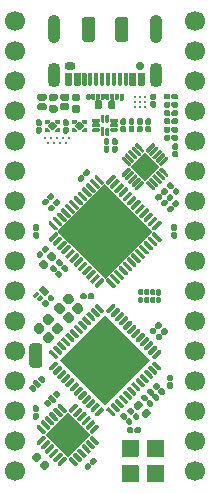
<source format=gbr>
G04 #@! TF.GenerationSoftware,KiCad,Pcbnew,5.1.9-1.fc33*
G04 #@! TF.CreationDate,2021-01-31T21:34:34+01:00*
G04 #@! TF.ProjectId,reDIP-SX,72654449-502d-4535-982e-6b696361645f,0.1*
G04 #@! TF.SameCoordinates,PX5e28010PY8011a50*
G04 #@! TF.FileFunction,Soldermask,Top*
G04 #@! TF.FilePolarity,Negative*
%FSLAX46Y46*%
G04 Gerber Fmt 4.6, Leading zero omitted, Abs format (unit mm)*
G04 Created by KiCad (PCBNEW 5.1.9-1.fc33) date 2021-01-31 21:34:34*
%MOMM*%
%LPD*%
G01*
G04 APERTURE LIST*
%ADD10C,0.300000*%
%ADD11O,1.100000X2.400000*%
%ADD12O,1.100000X2.100000*%
%ADD13O,0.700000X0.700000*%
%ADD14O,0.950000X0.700000*%
%ADD15C,0.100000*%
%ADD16C,0.250000*%
%ADD17C,1.700000*%
G04 APERTURE END LIST*
G36*
G01*
X2973397Y15983103D02*
X2824905Y16131595D01*
G75*
G02*
X2824905Y16230589I49497J49497D01*
G01*
X3079463Y16485147D01*
G75*
G02*
X3178457Y16485147I49497J-49497D01*
G01*
X3326949Y16336655D01*
G75*
G02*
X3326949Y16237661I-49497J-49497D01*
G01*
X3072391Y15983103D01*
G75*
G02*
X2973397Y15983103I-49497J49497D01*
G01*
G37*
G36*
G01*
X3291595Y15664905D02*
X3143103Y15813397D01*
G75*
G02*
X3143103Y15912391I49497J49497D01*
G01*
X3397661Y16166949D01*
G75*
G02*
X3496655Y16166949I49497J-49497D01*
G01*
X3645147Y16018457D01*
G75*
G02*
X3645147Y15919463I-49497J-49497D01*
G01*
X3390589Y15664905D01*
G75*
G02*
X3291595Y15664905I-49497J49497D01*
G01*
G37*
G36*
G01*
X3791872Y16154575D02*
X3314575Y16631872D01*
G75*
G02*
X3314575Y16720260I44194J44194D01*
G01*
X3579740Y16985425D01*
G75*
G02*
X3668128Y16985425I44194J-44194D01*
G01*
X4145425Y16508128D01*
G75*
G02*
X4145425Y16419740I-44194J-44194D01*
G01*
X3880260Y16154575D01*
G75*
G02*
X3791872Y16154575I-44194J44194D01*
G01*
G37*
G36*
G01*
X4454039Y7948303D02*
X4621977Y8116241D01*
G75*
G02*
X4789915Y8116241I83969J-83969D01*
G01*
X5046241Y7859915D01*
G75*
G02*
X5046241Y7691977I-83969J-83969D01*
G01*
X4878303Y7524039D01*
G75*
G02*
X4710365Y7524039I-83969J83969D01*
G01*
X4454039Y7780365D01*
G75*
G02*
X4454039Y7948303I83969J83969D01*
G01*
G37*
G36*
G01*
X3693899Y7188163D02*
X3861837Y7356101D01*
G75*
G02*
X4029775Y7356101I83969J-83969D01*
G01*
X4286101Y7099775D01*
G75*
G02*
X4286101Y6931837I-83969J-83969D01*
G01*
X4118163Y6763899D01*
G75*
G02*
X3950225Y6763899I-83969J83969D01*
G01*
X3693899Y7020225D01*
G75*
G02*
X3693899Y7188163I83969J83969D01*
G01*
G37*
G36*
G01*
X2779079Y8889640D02*
X2920500Y9031061D01*
G75*
G02*
X3061922Y9031061I70711J-70711D01*
G01*
X3450831Y8642152D01*
G75*
G02*
X3450831Y8500730I-70711J-70711D01*
G01*
X3309410Y8359309D01*
G75*
G02*
X3167988Y8359309I-70711J70711D01*
G01*
X2779079Y8748218D01*
G75*
G02*
X2779079Y8889640I70711J70711D01*
G01*
G37*
G36*
G01*
X4087227Y7581492D02*
X4228648Y7722913D01*
G75*
G02*
X4370070Y7722913I70711J-70711D01*
G01*
X4758979Y7334004D01*
G75*
G02*
X4758979Y7192582I-70711J-70711D01*
G01*
X4617558Y7051161D01*
G75*
G02*
X4476136Y7051161I-70711J70711D01*
G01*
X4087227Y7440070D01*
G75*
G02*
X4087227Y7581492I70711J70711D01*
G01*
G37*
G36*
G01*
X2491817Y8390245D02*
X2659755Y8558183D01*
G75*
G02*
X2827693Y8558183I83969J-83969D01*
G01*
X3084019Y8301857D01*
G75*
G02*
X3084019Y8133919I-83969J-83969D01*
G01*
X2916081Y7965981D01*
G75*
G02*
X2748143Y7965981I-83969J83969D01*
G01*
X2491817Y8222307D01*
G75*
G02*
X2491817Y8390245I83969J83969D01*
G01*
G37*
G36*
G01*
X3251957Y9150385D02*
X3419895Y9318323D01*
G75*
G02*
X3587833Y9318323I83969J-83969D01*
G01*
X3844159Y9061997D01*
G75*
G02*
X3844159Y8894059I-83969J-83969D01*
G01*
X3676221Y8726121D01*
G75*
G02*
X3508283Y8726121I-83969J83969D01*
G01*
X3251957Y8982447D01*
G75*
G02*
X3251957Y9150385I83969J83969D01*
G01*
G37*
G36*
G01*
X12800000Y16707500D02*
X13040000Y16707500D01*
G75*
G02*
X13120000Y16627500I0J-80000D01*
G01*
X13120000Y16287500D01*
G75*
G02*
X13040000Y16207500I-80000J0D01*
G01*
X12800000Y16207500D01*
G75*
G02*
X12720000Y16287500I0J80000D01*
G01*
X12720000Y16627500D01*
G75*
G02*
X12800000Y16707500I80000J0D01*
G01*
G37*
G36*
G01*
X12300000Y16707500D02*
X12540000Y16707500D01*
G75*
G02*
X12620000Y16627500I0J-80000D01*
G01*
X12620000Y16287500D01*
G75*
G02*
X12540000Y16207500I-80000J0D01*
G01*
X12300000Y16207500D01*
G75*
G02*
X12220000Y16287500I0J80000D01*
G01*
X12220000Y16627500D01*
G75*
G02*
X12300000Y16707500I80000J0D01*
G01*
G37*
G36*
G01*
X12800000Y16032500D02*
X13040000Y16032500D01*
G75*
G02*
X13120000Y15952500I0J-80000D01*
G01*
X13120000Y15612500D01*
G75*
G02*
X13040000Y15532500I-80000J0D01*
G01*
X12800000Y15532500D01*
G75*
G02*
X12720000Y15612500I0J80000D01*
G01*
X12720000Y15952500D01*
G75*
G02*
X12800000Y16032500I80000J0D01*
G01*
G37*
G36*
G01*
X12300000Y16032500D02*
X12540000Y16032500D01*
G75*
G02*
X12620000Y15952500I0J-80000D01*
G01*
X12620000Y15612500D01*
G75*
G02*
X12540000Y15532500I-80000J0D01*
G01*
X12300000Y15532500D01*
G75*
G02*
X12220000Y15612500I0J80000D01*
G01*
X12220000Y15952500D01*
G75*
G02*
X12300000Y16032500I80000J0D01*
G01*
G37*
G36*
G01*
X13320000Y16707500D02*
X13520000Y16707500D01*
G75*
G02*
X13620000Y16607500I0J-100000D01*
G01*
X13620000Y16257500D01*
G75*
G02*
X13520000Y16157500I-100000J0D01*
G01*
X13320000Y16157500D01*
G75*
G02*
X13220000Y16257500I0J100000D01*
G01*
X13220000Y16607500D01*
G75*
G02*
X13320000Y16707500I100000J0D01*
G01*
G37*
G36*
G01*
X13300000Y16032500D02*
X13540000Y16032500D01*
G75*
G02*
X13620000Y15952500I0J-80000D01*
G01*
X13620000Y15612500D01*
G75*
G02*
X13540000Y15532500I-80000J0D01*
G01*
X13300000Y15532500D01*
G75*
G02*
X13220000Y15612500I0J80000D01*
G01*
X13220000Y15952500D01*
G75*
G02*
X13300000Y16032500I80000J0D01*
G01*
G37*
G36*
G01*
X11800000Y16707500D02*
X12040000Y16707500D01*
G75*
G02*
X12120000Y16627500I0J-80000D01*
G01*
X12120000Y16287500D01*
G75*
G02*
X12040000Y16207500I-80000J0D01*
G01*
X11800000Y16207500D01*
G75*
G02*
X11720000Y16287500I0J80000D01*
G01*
X11720000Y16627500D01*
G75*
G02*
X11800000Y16707500I80000J0D01*
G01*
G37*
G36*
G01*
X11820000Y16032500D02*
X12020000Y16032500D01*
G75*
G02*
X12120000Y15932500I0J-100000D01*
G01*
X12120000Y15632500D01*
G75*
G02*
X12020000Y15532500I-100000J0D01*
G01*
X11820000Y15532500D01*
G75*
G02*
X11720000Y15632500I0J100000D01*
G01*
X11720000Y15932500D01*
G75*
G02*
X11820000Y16032500I100000J0D01*
G01*
G37*
G36*
G01*
X8361750Y30009000D02*
X7861250Y30009000D01*
G75*
G02*
X7780000Y30090250I0J81250D01*
G01*
X7780000Y30252750D01*
G75*
G02*
X7861250Y30334000I81250J0D01*
G01*
X8361750Y30334000D01*
G75*
G02*
X8443000Y30252750I0J-81250D01*
G01*
X8443000Y30090250D01*
G75*
G02*
X8361750Y30009000I-81250J0D01*
G01*
G37*
G36*
G01*
X8361750Y30409000D02*
X7861250Y30409000D01*
G75*
G02*
X7780000Y30490250I0J81250D01*
G01*
X7780000Y30652750D01*
G75*
G02*
X7861250Y30734000I81250J0D01*
G01*
X8361750Y30734000D01*
G75*
G02*
X8443000Y30652750I0J-81250D01*
G01*
X8443000Y30490250D01*
G75*
G02*
X8361750Y30409000I-81250J0D01*
G01*
G37*
G36*
G01*
X8361750Y30809000D02*
X7861250Y30809000D01*
G75*
G02*
X7780000Y30890250I0J81250D01*
G01*
X7780000Y31052750D01*
G75*
G02*
X7861250Y31134000I81250J0D01*
G01*
X8361750Y31134000D01*
G75*
G02*
X8443000Y31052750I0J-81250D01*
G01*
X8443000Y30890250D01*
G75*
G02*
X8361750Y30809000I-81250J0D01*
G01*
G37*
G36*
G01*
X8842500Y31390250D02*
X8842500Y30889750D01*
G75*
G02*
X8761250Y30808500I-81250J0D01*
G01*
X8598750Y30808500D01*
G75*
G02*
X8517500Y30889750I0J81250D01*
G01*
X8517500Y31390250D01*
G75*
G02*
X8598750Y31471500I81250J0D01*
G01*
X8761250Y31471500D01*
G75*
G02*
X8842500Y31390250I0J-81250D01*
G01*
G37*
G36*
G01*
X9242500Y31390250D02*
X9242500Y30889750D01*
G75*
G02*
X9161250Y30808500I-81250J0D01*
G01*
X8998750Y30808500D01*
G75*
G02*
X8917500Y30889750I0J81250D01*
G01*
X8917500Y31390250D01*
G75*
G02*
X8998750Y31471500I81250J0D01*
G01*
X9161250Y31471500D01*
G75*
G02*
X9242500Y31390250I0J-81250D01*
G01*
G37*
G36*
G01*
X9898750Y30809000D02*
X9398250Y30809000D01*
G75*
G02*
X9317000Y30890250I0J81250D01*
G01*
X9317000Y31052750D01*
G75*
G02*
X9398250Y31134000I81250J0D01*
G01*
X9898750Y31134000D01*
G75*
G02*
X9980000Y31052750I0J-81250D01*
G01*
X9980000Y30890250D01*
G75*
G02*
X9898750Y30809000I-81250J0D01*
G01*
G37*
G36*
G01*
X9898750Y30409000D02*
X9398250Y30409000D01*
G75*
G02*
X9317000Y30490250I0J81250D01*
G01*
X9317000Y30652750D01*
G75*
G02*
X9398250Y30734000I81250J0D01*
G01*
X9898750Y30734000D01*
G75*
G02*
X9980000Y30652750I0J-81250D01*
G01*
X9980000Y30490250D01*
G75*
G02*
X9898750Y30409000I-81250J0D01*
G01*
G37*
G36*
G01*
X9898750Y30009000D02*
X9398250Y30009000D01*
G75*
G02*
X9317000Y30090250I0J81250D01*
G01*
X9317000Y30252750D01*
G75*
G02*
X9398250Y30334000I81250J0D01*
G01*
X9898750Y30334000D01*
G75*
G02*
X9980000Y30252750I0J-81250D01*
G01*
X9980000Y30090250D01*
G75*
G02*
X9898750Y30009000I-81250J0D01*
G01*
G37*
G36*
G01*
X9242500Y30253250D02*
X9242500Y29752750D01*
G75*
G02*
X9161250Y29671500I-81250J0D01*
G01*
X8998750Y29671500D01*
G75*
G02*
X8917500Y29752750I0J81250D01*
G01*
X8917500Y30253250D01*
G75*
G02*
X8998750Y30334500I81250J0D01*
G01*
X9161250Y30334500D01*
G75*
G02*
X9242500Y30253250I0J-81250D01*
G01*
G37*
G36*
G01*
X8842500Y30353250D02*
X8842500Y29752750D01*
G75*
G02*
X8761250Y29671500I-81250J0D01*
G01*
X8598750Y29671500D01*
G75*
G02*
X8517500Y29752750I0J81250D01*
G01*
X8517500Y30353250D01*
G75*
G02*
X8598750Y30434500I81250J0D01*
G01*
X8761250Y30434500D01*
G75*
G02*
X8842500Y30353250I0J-81250D01*
G01*
G37*
G36*
G01*
X10465000Y33170000D02*
X10465000Y32710000D01*
G75*
G02*
X10395000Y32640000I-70000J0D01*
G01*
X10185000Y32640000D01*
G75*
G02*
X10115000Y32710000I0J70000D01*
G01*
X10115000Y33170000D01*
G75*
G02*
X10185000Y33240000I70000J0D01*
G01*
X10395000Y33240000D01*
G75*
G02*
X10465000Y33170000I0J-70000D01*
G01*
G37*
G36*
G01*
X8065000Y33170000D02*
X8065000Y32810000D01*
G75*
G02*
X7995000Y32740000I-70000J0D01*
G01*
X7785000Y32740000D01*
G75*
G02*
X7715000Y32810000I0J70000D01*
G01*
X7715000Y33170000D01*
G75*
G02*
X7785000Y33240000I70000J0D01*
G01*
X7995000Y33240000D01*
G75*
G02*
X8065000Y33170000I0J-70000D01*
G01*
G37*
G36*
G01*
X10065000Y33170000D02*
X10065000Y32810000D01*
G75*
G02*
X9995000Y32740000I-70000J0D01*
G01*
X9785000Y32740000D01*
G75*
G02*
X9715000Y32810000I0J70000D01*
G01*
X9715000Y33170000D01*
G75*
G02*
X9785000Y33240000I70000J0D01*
G01*
X9995000Y33240000D01*
G75*
G02*
X10065000Y33170000I0J-70000D01*
G01*
G37*
G36*
G01*
X8465000Y33170000D02*
X8465000Y32810000D01*
G75*
G02*
X8395000Y32740000I-70000J0D01*
G01*
X8185000Y32740000D01*
G75*
G02*
X8115000Y32810000I0J70000D01*
G01*
X8115000Y33170000D01*
G75*
G02*
X8185000Y33240000I70000J0D01*
G01*
X8395000Y33240000D01*
G75*
G02*
X8465000Y33170000I0J-70000D01*
G01*
G37*
G36*
G01*
X9665000Y33170000D02*
X9665000Y32810000D01*
G75*
G02*
X9595000Y32740000I-70000J0D01*
G01*
X9385000Y32740000D01*
G75*
G02*
X9315000Y32810000I0J70000D01*
G01*
X9315000Y33170000D01*
G75*
G02*
X9385000Y33240000I70000J0D01*
G01*
X9595000Y33240000D01*
G75*
G02*
X9665000Y33170000I0J-70000D01*
G01*
G37*
G36*
G01*
X8865000Y33170000D02*
X8865000Y32810000D01*
G75*
G02*
X8795000Y32740000I-70000J0D01*
G01*
X8585000Y32740000D01*
G75*
G02*
X8515000Y32810000I0J70000D01*
G01*
X8515000Y33170000D01*
G75*
G02*
X8585000Y33240000I70000J0D01*
G01*
X8795000Y33240000D01*
G75*
G02*
X8865000Y33170000I0J-70000D01*
G01*
G37*
G36*
G01*
X9265000Y33170000D02*
X9265000Y32810000D01*
G75*
G02*
X9195000Y32740000I-70000J0D01*
G01*
X8985000Y32740000D01*
G75*
G02*
X8915000Y32810000I0J70000D01*
G01*
X8915000Y33170000D01*
G75*
G02*
X8985000Y33240000I70000J0D01*
G01*
X9195000Y33240000D01*
G75*
G02*
X9265000Y33170000I0J-70000D01*
G01*
G37*
G36*
G01*
X7665000Y33170000D02*
X7665000Y32810000D01*
G75*
G02*
X7595000Y32740000I-70000J0D01*
G01*
X7385000Y32740000D01*
G75*
G02*
X7315000Y32810000I0J70000D01*
G01*
X7315000Y33170000D01*
G75*
G02*
X7385000Y33240000I70000J0D01*
G01*
X7595000Y33240000D01*
G75*
G02*
X7665000Y33170000I0J-70000D01*
G01*
G37*
G36*
G01*
X9770000Y32570000D02*
X9770000Y32060000D01*
G75*
G02*
X9650000Y31940000I-120000J0D01*
G01*
X9290000Y31940000D01*
G75*
G02*
X9170000Y32060000I0J120000D01*
G01*
X9170000Y32570000D01*
G75*
G02*
X9290000Y32690000I120000J0D01*
G01*
X9650000Y32690000D01*
G75*
G02*
X9770000Y32570000I0J-120000D01*
G01*
G37*
G36*
G01*
X8610000Y32570000D02*
X8610000Y32060000D01*
G75*
G02*
X8490000Y31940000I-120000J0D01*
G01*
X8130000Y31940000D01*
G75*
G02*
X8010000Y32060000I0J120000D01*
G01*
X8010000Y32570000D01*
G75*
G02*
X8130000Y32690000I120000J0D01*
G01*
X8490000Y32690000D01*
G75*
G02*
X8610000Y32570000I0J-120000D01*
G01*
G37*
G36*
G01*
X10285000Y2577500D02*
X10285000Y3882500D01*
G75*
G02*
X10357500Y3955000I72500J0D01*
G01*
X11662500Y3955000D01*
G75*
G02*
X11735000Y3882500I0J-72500D01*
G01*
X11735000Y2577500D01*
G75*
G02*
X11662500Y2505000I-72500J0D01*
G01*
X10357500Y2505000D01*
G75*
G02*
X10285000Y2577500I0J72500D01*
G01*
G37*
G36*
G01*
X12435000Y2577500D02*
X12435000Y3882500D01*
G75*
G02*
X12507500Y3955000I72500J0D01*
G01*
X13812500Y3955000D01*
G75*
G02*
X13885000Y3882500I0J-72500D01*
G01*
X13885000Y2577500D01*
G75*
G02*
X13812500Y2505000I-72500J0D01*
G01*
X12507500Y2505000D01*
G75*
G02*
X12435000Y2577500I0J72500D01*
G01*
G37*
G36*
G01*
X12435000Y427500D02*
X12435000Y1732500D01*
G75*
G02*
X12507500Y1805000I72500J0D01*
G01*
X13812500Y1805000D01*
G75*
G02*
X13885000Y1732500I0J-72500D01*
G01*
X13885000Y427500D01*
G75*
G02*
X13812500Y355000I-72500J0D01*
G01*
X12507500Y355000D01*
G75*
G02*
X12435000Y427500I0J72500D01*
G01*
G37*
G36*
G01*
X10285000Y427500D02*
X10285000Y1732500D01*
G75*
G02*
X10357500Y1805000I72500J0D01*
G01*
X11662500Y1805000D01*
G75*
G02*
X11735000Y1732500I0J-72500D01*
G01*
X11735000Y427500D01*
G75*
G02*
X11662500Y355000I-72500J0D01*
G01*
X10357500Y355000D01*
G75*
G02*
X10285000Y427500I0J72500D01*
G01*
G37*
D10*
X12240000Y32940000D03*
X11840000Y32940000D03*
X11440000Y32940000D03*
X12240000Y32540000D03*
X11840000Y32540000D03*
X11440000Y32540000D03*
X12240000Y32140000D03*
X11840000Y32140000D03*
X11440000Y32140000D03*
G36*
G01*
X6100000Y34959400D02*
X6100000Y34020600D01*
G75*
G02*
X6019400Y33940000I-80600J0D01*
G01*
X5560600Y33940000D01*
G75*
G02*
X5480000Y34020600I0J80600D01*
G01*
X5480000Y34959400D01*
G75*
G02*
X5560600Y35040000I80600J0D01*
G01*
X6019400Y35040000D01*
G75*
G02*
X6100000Y34959400I0J-80600D01*
G01*
G37*
G36*
G01*
X6850000Y34959400D02*
X6850000Y34020600D01*
G75*
G02*
X6769400Y33940000I-80600J0D01*
G01*
X6310600Y33940000D01*
G75*
G02*
X6230000Y34020600I0J80600D01*
G01*
X6230000Y34959400D01*
G75*
G02*
X6310600Y35040000I80600J0D01*
G01*
X6769400Y35040000D01*
G75*
G02*
X6850000Y34959400I0J-80600D01*
G01*
G37*
G36*
G01*
X11550000Y34959400D02*
X11550000Y34020600D01*
G75*
G02*
X11469400Y33940000I-80600J0D01*
G01*
X11010600Y33940000D01*
G75*
G02*
X10930000Y34020600I0J80600D01*
G01*
X10930000Y34959400D01*
G75*
G02*
X11010600Y35040000I80600J0D01*
G01*
X11469400Y35040000D01*
G75*
G02*
X11550000Y34959400I0J-80600D01*
G01*
G37*
G36*
G01*
X12300000Y34959400D02*
X12300000Y34020600D01*
G75*
G02*
X12219400Y33940000I-80600J0D01*
G01*
X11760600Y33940000D01*
G75*
G02*
X11680000Y34020600I0J80600D01*
G01*
X11680000Y34959400D01*
G75*
G02*
X11760600Y35040000I80600J0D01*
G01*
X12219400Y35040000D01*
G75*
G02*
X12300000Y34959400I0J-80600D01*
G01*
G37*
G36*
G01*
X10840000Y39520000D02*
X10840000Y37860000D01*
G75*
G02*
X10620000Y37640000I-220000J0D01*
G01*
X9960000Y37640000D01*
G75*
G02*
X9740000Y37860000I0J220000D01*
G01*
X9740000Y39520000D01*
G75*
G02*
X9960000Y39740000I220000J0D01*
G01*
X10620000Y39740000D01*
G75*
G02*
X10840000Y39520000I0J-220000D01*
G01*
G37*
G36*
G01*
X8040000Y39520000D02*
X8040000Y37860000D01*
G75*
G02*
X7820000Y37640000I-220000J0D01*
G01*
X7160000Y37640000D01*
G75*
G02*
X6940000Y37860000I0J220000D01*
G01*
X6940000Y39520000D01*
G75*
G02*
X7160000Y39740000I220000J0D01*
G01*
X7820000Y39740000D01*
G75*
G02*
X8040000Y39520000I0J-220000D01*
G01*
G37*
D11*
X13210000Y38690000D03*
X4570000Y38690000D03*
D12*
X13210000Y34865000D03*
X4570000Y34865000D03*
D13*
X11890000Y35590000D03*
D14*
X5890000Y35590000D03*
G36*
G01*
X12300000Y34959400D02*
X12300000Y34020600D01*
G75*
G02*
X12219400Y33940000I-80600J0D01*
G01*
X11760600Y33940000D01*
G75*
G02*
X11680000Y34020600I0J80600D01*
G01*
X11680000Y34959400D01*
G75*
G02*
X11760600Y35040000I80600J0D01*
G01*
X12219400Y35040000D01*
G75*
G02*
X12300000Y34959400I0J-80600D01*
G01*
G37*
G36*
G01*
X11550000Y34959400D02*
X11550000Y34020600D01*
G75*
G02*
X11469400Y33940000I-80600J0D01*
G01*
X11010600Y33940000D01*
G75*
G02*
X10930000Y34020600I0J80600D01*
G01*
X10930000Y34959400D01*
G75*
G02*
X11010600Y35040000I80600J0D01*
G01*
X11469400Y35040000D01*
G75*
G02*
X11550000Y34959400I0J-80600D01*
G01*
G37*
G36*
G01*
X6100000Y34959400D02*
X6100000Y34020600D01*
G75*
G02*
X6019400Y33940000I-80600J0D01*
G01*
X5560600Y33940000D01*
G75*
G02*
X5480000Y34020600I0J80600D01*
G01*
X5480000Y34959400D01*
G75*
G02*
X5560600Y35040000I80600J0D01*
G01*
X6019400Y35040000D01*
G75*
G02*
X6100000Y34959400I0J-80600D01*
G01*
G37*
G36*
G01*
X6850000Y34959400D02*
X6850000Y34020600D01*
G75*
G02*
X6769400Y33940000I-80600J0D01*
G01*
X6310600Y33940000D01*
G75*
G02*
X6230000Y34020600I0J80600D01*
G01*
X6230000Y34959400D01*
G75*
G02*
X6310600Y35040000I80600J0D01*
G01*
X6769400Y35040000D01*
G75*
G02*
X6850000Y34959400I0J-80600D01*
G01*
G37*
G36*
G01*
X10825000Y34947500D02*
X10825000Y34032500D01*
G75*
G02*
X10732500Y33940000I-92500J0D01*
G01*
X10547500Y33940000D01*
G75*
G02*
X10455000Y34032500I0J92500D01*
G01*
X10455000Y34947500D01*
G75*
G02*
X10547500Y35040000I92500J0D01*
G01*
X10732500Y35040000D01*
G75*
G02*
X10825000Y34947500I0J-92500D01*
G01*
G37*
G36*
G01*
X10325000Y34947500D02*
X10325000Y34032500D01*
G75*
G02*
X10232500Y33940000I-92500J0D01*
G01*
X10047500Y33940000D01*
G75*
G02*
X9955000Y34032500I0J92500D01*
G01*
X9955000Y34947500D01*
G75*
G02*
X10047500Y35040000I92500J0D01*
G01*
X10232500Y35040000D01*
G75*
G02*
X10325000Y34947500I0J-92500D01*
G01*
G37*
G36*
G01*
X9825000Y34947500D02*
X9825000Y34032500D01*
G75*
G02*
X9732500Y33940000I-92500J0D01*
G01*
X9547500Y33940000D01*
G75*
G02*
X9455000Y34032500I0J92500D01*
G01*
X9455000Y34947500D01*
G75*
G02*
X9547500Y35040000I92500J0D01*
G01*
X9732500Y35040000D01*
G75*
G02*
X9825000Y34947500I0J-92500D01*
G01*
G37*
G36*
G01*
X9325000Y34947500D02*
X9325000Y34032500D01*
G75*
G02*
X9232500Y33940000I-92500J0D01*
G01*
X9047500Y33940000D01*
G75*
G02*
X8955000Y34032500I0J92500D01*
G01*
X8955000Y34947500D01*
G75*
G02*
X9047500Y35040000I92500J0D01*
G01*
X9232500Y35040000D01*
G75*
G02*
X9325000Y34947500I0J-92500D01*
G01*
G37*
G36*
G01*
X8825000Y34947500D02*
X8825000Y34032500D01*
G75*
G02*
X8732500Y33940000I-92500J0D01*
G01*
X8547500Y33940000D01*
G75*
G02*
X8455000Y34032500I0J92500D01*
G01*
X8455000Y34947500D01*
G75*
G02*
X8547500Y35040000I92500J0D01*
G01*
X8732500Y35040000D01*
G75*
G02*
X8825000Y34947500I0J-92500D01*
G01*
G37*
G36*
G01*
X8325000Y34947500D02*
X8325000Y34032500D01*
G75*
G02*
X8232500Y33940000I-92500J0D01*
G01*
X8047500Y33940000D01*
G75*
G02*
X7955000Y34032500I0J92500D01*
G01*
X7955000Y34947500D01*
G75*
G02*
X8047500Y35040000I92500J0D01*
G01*
X8232500Y35040000D01*
G75*
G02*
X8325000Y34947500I0J-92500D01*
G01*
G37*
G36*
G01*
X7825000Y34947500D02*
X7825000Y34032500D01*
G75*
G02*
X7732500Y33940000I-92500J0D01*
G01*
X7547500Y33940000D01*
G75*
G02*
X7455000Y34032500I0J92500D01*
G01*
X7455000Y34947500D01*
G75*
G02*
X7547500Y35040000I92500J0D01*
G01*
X7732500Y35040000D01*
G75*
G02*
X7825000Y34947500I0J-92500D01*
G01*
G37*
G36*
G01*
X7325000Y34947500D02*
X7325000Y34032500D01*
G75*
G02*
X7232500Y33940000I-92500J0D01*
G01*
X7047500Y33940000D01*
G75*
G02*
X6955000Y34032500I0J92500D01*
G01*
X6955000Y34947500D01*
G75*
G02*
X7047500Y35040000I92500J0D01*
G01*
X7232500Y35040000D01*
G75*
G02*
X7325000Y34947500I0J-92500D01*
G01*
G37*
D15*
G36*
X7379039Y30710245D02*
G01*
X7376194Y30700866D01*
X7371573Y30692221D01*
X7365355Y30684645D01*
X7357779Y30678427D01*
X7349134Y30673806D01*
X7339755Y30670961D01*
X7330000Y30670000D01*
X7130000Y30670000D01*
X7120245Y30670961D01*
X7110866Y30673806D01*
X7102221Y30678427D01*
X7094645Y30684645D01*
X6944645Y30834645D01*
X6938427Y30842221D01*
X6933806Y30850866D01*
X6930961Y30860245D01*
X6930000Y30870000D01*
X6930000Y30970000D01*
X6930961Y30979755D01*
X6933806Y30989134D01*
X6938427Y30997779D01*
X6944645Y31005355D01*
X6952221Y31011573D01*
X6960866Y31016194D01*
X6970245Y31019039D01*
X6980000Y31020000D01*
X7330000Y31020000D01*
X7339755Y31019039D01*
X7349134Y31016194D01*
X7357779Y31011573D01*
X7365355Y31005355D01*
X7371573Y30997779D01*
X7376194Y30989134D01*
X7379039Y30979755D01*
X7380000Y30970000D01*
X7380000Y30720000D01*
X7379039Y30710245D01*
G37*
G36*
X6930961Y30179755D02*
G01*
X6933806Y30189134D01*
X6938427Y30197779D01*
X6944645Y30205355D01*
X7094645Y30355355D01*
X7102221Y30361573D01*
X7110866Y30366194D01*
X7120245Y30369039D01*
X7130000Y30370000D01*
X7330000Y30370000D01*
X7339755Y30369039D01*
X7349134Y30366194D01*
X7357779Y30361573D01*
X7365355Y30355355D01*
X7371573Y30347779D01*
X7376194Y30339134D01*
X7379039Y30329755D01*
X7380000Y30320000D01*
X7380000Y30070000D01*
X7379039Y30060245D01*
X7376194Y30050866D01*
X7371573Y30042221D01*
X7365355Y30034645D01*
X7357779Y30028427D01*
X7349134Y30023806D01*
X7339755Y30020961D01*
X7330000Y30020000D01*
X6980000Y30020000D01*
X6970245Y30020961D01*
X6960866Y30023806D01*
X6952221Y30028427D01*
X6944645Y30034645D01*
X6938427Y30042221D01*
X6933806Y30050866D01*
X6930961Y30060245D01*
X6930000Y30070000D01*
X6930000Y30170000D01*
X6930961Y30179755D01*
G37*
G36*
X6529039Y30860245D02*
G01*
X6526194Y30850866D01*
X6521573Y30842221D01*
X6515355Y30834645D01*
X6365355Y30684645D01*
X6357779Y30678427D01*
X6349134Y30673806D01*
X6339755Y30670961D01*
X6330000Y30670000D01*
X6130000Y30670000D01*
X6120245Y30670961D01*
X6110866Y30673806D01*
X6102221Y30678427D01*
X6094645Y30684645D01*
X6088427Y30692221D01*
X6083806Y30700866D01*
X6080961Y30710245D01*
X6080000Y30720000D01*
X6080000Y30970000D01*
X6080961Y30979755D01*
X6083806Y30989134D01*
X6088427Y30997779D01*
X6094645Y31005355D01*
X6102221Y31011573D01*
X6110866Y31016194D01*
X6120245Y31019039D01*
X6130000Y31020000D01*
X6480000Y31020000D01*
X6489755Y31019039D01*
X6499134Y31016194D01*
X6507779Y31011573D01*
X6515355Y31005355D01*
X6521573Y30997779D01*
X6526194Y30989134D01*
X6529039Y30979755D01*
X6530000Y30970000D01*
X6530000Y30870000D01*
X6529039Y30860245D01*
G37*
G36*
X6080961Y30329755D02*
G01*
X6083806Y30339134D01*
X6088427Y30347779D01*
X6094645Y30355355D01*
X6102221Y30361573D01*
X6110866Y30366194D01*
X6120245Y30369039D01*
X6130000Y30370000D01*
X6330000Y30370000D01*
X6339755Y30369039D01*
X6349134Y30366194D01*
X6357779Y30361573D01*
X6365355Y30355355D01*
X6515355Y30205355D01*
X6521573Y30197779D01*
X6526194Y30189134D01*
X6529039Y30179755D01*
X6530000Y30170000D01*
X6530000Y30070000D01*
X6529039Y30060245D01*
X6526194Y30050866D01*
X6521573Y30042221D01*
X6515355Y30034645D01*
X6507779Y30028427D01*
X6499134Y30023806D01*
X6489755Y30020961D01*
X6480000Y30020000D01*
X6130000Y30020000D01*
X6120245Y30020961D01*
X6110866Y30023806D01*
X6102221Y30028427D01*
X6094645Y30034645D01*
X6088427Y30042221D01*
X6083806Y30050866D01*
X6080961Y30060245D01*
X6080000Y30070000D01*
X6080000Y30320000D01*
X6080961Y30329755D01*
G37*
G36*
G01*
X6694645Y30145234D02*
X6355234Y30484645D01*
G75*
G02*
X6355234Y30555355I35355J35355D01*
G01*
X6694645Y30894766D01*
G75*
G02*
X6765355Y30894766I35355J-35355D01*
G01*
X7104766Y30555355D01*
G75*
G02*
X7104766Y30484645I-35355J-35355D01*
G01*
X6765355Y30145234D01*
G75*
G02*
X6694645Y30145234I-35355J35355D01*
G01*
G37*
D16*
X4580000Y29040000D03*
X4830000Y29470000D03*
X4330000Y29470000D03*
X5580000Y29040000D03*
X5080000Y29040000D03*
X5330000Y29470000D03*
X4080000Y29040000D03*
X5830000Y29470000D03*
X3830000Y29470000D03*
G36*
G01*
X7196673Y26259896D02*
X7019896Y26436673D01*
G75*
G02*
X7019896Y26613449I88388J88388D01*
G01*
X7239099Y26832652D01*
G75*
G02*
X7415875Y26832652I88388J-88388D01*
G01*
X7592652Y26655875D01*
G75*
G02*
X7592652Y26479099I-88388J-88388D01*
G01*
X7373449Y26259896D01*
G75*
G02*
X7196673Y26259896I-88388J88388D01*
G01*
G37*
G36*
G01*
X6744125Y25807348D02*
X6567348Y25984125D01*
G75*
G02*
X6567348Y26160901I88388J88388D01*
G01*
X6786551Y26380104D01*
G75*
G02*
X6963327Y26380104I88388J-88388D01*
G01*
X7140104Y26203327D01*
G75*
G02*
X7140104Y26026551I-88388J-88388D01*
G01*
X6920901Y25807348D01*
G75*
G02*
X6744125Y25807348I-88388J88388D01*
G01*
G37*
D17*
X1270000Y26670000D03*
X1270000Y29210000D03*
X1270000Y31750000D03*
X1270000Y34290000D03*
X1270000Y36830000D03*
X1270000Y39370000D03*
D15*
G36*
X5069039Y30710245D02*
G01*
X5066194Y30700866D01*
X5061573Y30692221D01*
X5055355Y30684645D01*
X5047779Y30678427D01*
X5039134Y30673806D01*
X5029755Y30670961D01*
X5020000Y30670000D01*
X4820000Y30670000D01*
X4810245Y30670961D01*
X4800866Y30673806D01*
X4792221Y30678427D01*
X4784645Y30684645D01*
X4634645Y30834645D01*
X4628427Y30842221D01*
X4623806Y30850866D01*
X4620961Y30860245D01*
X4620000Y30870000D01*
X4620000Y30970000D01*
X4620961Y30979755D01*
X4623806Y30989134D01*
X4628427Y30997779D01*
X4634645Y31005355D01*
X4642221Y31011573D01*
X4650866Y31016194D01*
X4660245Y31019039D01*
X4670000Y31020000D01*
X5020000Y31020000D01*
X5029755Y31019039D01*
X5039134Y31016194D01*
X5047779Y31011573D01*
X5055355Y31005355D01*
X5061573Y30997779D01*
X5066194Y30989134D01*
X5069039Y30979755D01*
X5070000Y30970000D01*
X5070000Y30720000D01*
X5069039Y30710245D01*
G37*
G36*
X4620961Y30179755D02*
G01*
X4623806Y30189134D01*
X4628427Y30197779D01*
X4634645Y30205355D01*
X4784645Y30355355D01*
X4792221Y30361573D01*
X4800866Y30366194D01*
X4810245Y30369039D01*
X4820000Y30370000D01*
X5020000Y30370000D01*
X5029755Y30369039D01*
X5039134Y30366194D01*
X5047779Y30361573D01*
X5055355Y30355355D01*
X5061573Y30347779D01*
X5066194Y30339134D01*
X5069039Y30329755D01*
X5070000Y30320000D01*
X5070000Y30070000D01*
X5069039Y30060245D01*
X5066194Y30050866D01*
X5061573Y30042221D01*
X5055355Y30034645D01*
X5047779Y30028427D01*
X5039134Y30023806D01*
X5029755Y30020961D01*
X5020000Y30020000D01*
X4670000Y30020000D01*
X4660245Y30020961D01*
X4650866Y30023806D01*
X4642221Y30028427D01*
X4634645Y30034645D01*
X4628427Y30042221D01*
X4623806Y30050866D01*
X4620961Y30060245D01*
X4620000Y30070000D01*
X4620000Y30170000D01*
X4620961Y30179755D01*
G37*
G36*
X4219039Y30860245D02*
G01*
X4216194Y30850866D01*
X4211573Y30842221D01*
X4205355Y30834645D01*
X4055355Y30684645D01*
X4047779Y30678427D01*
X4039134Y30673806D01*
X4029755Y30670961D01*
X4020000Y30670000D01*
X3820000Y30670000D01*
X3810245Y30670961D01*
X3800866Y30673806D01*
X3792221Y30678427D01*
X3784645Y30684645D01*
X3778427Y30692221D01*
X3773806Y30700866D01*
X3770961Y30710245D01*
X3770000Y30720000D01*
X3770000Y30970000D01*
X3770961Y30979755D01*
X3773806Y30989134D01*
X3778427Y30997779D01*
X3784645Y31005355D01*
X3792221Y31011573D01*
X3800866Y31016194D01*
X3810245Y31019039D01*
X3820000Y31020000D01*
X4170000Y31020000D01*
X4179755Y31019039D01*
X4189134Y31016194D01*
X4197779Y31011573D01*
X4205355Y31005355D01*
X4211573Y30997779D01*
X4216194Y30989134D01*
X4219039Y30979755D01*
X4220000Y30970000D01*
X4220000Y30870000D01*
X4219039Y30860245D01*
G37*
G36*
X3770961Y30329755D02*
G01*
X3773806Y30339134D01*
X3778427Y30347779D01*
X3784645Y30355355D01*
X3792221Y30361573D01*
X3800866Y30366194D01*
X3810245Y30369039D01*
X3820000Y30370000D01*
X4020000Y30370000D01*
X4029755Y30369039D01*
X4039134Y30366194D01*
X4047779Y30361573D01*
X4055355Y30355355D01*
X4205355Y30205355D01*
X4211573Y30197779D01*
X4216194Y30189134D01*
X4219039Y30179755D01*
X4220000Y30170000D01*
X4220000Y30070000D01*
X4219039Y30060245D01*
X4216194Y30050866D01*
X4211573Y30042221D01*
X4205355Y30034645D01*
X4197779Y30028427D01*
X4189134Y30023806D01*
X4179755Y30020961D01*
X4170000Y30020000D01*
X3820000Y30020000D01*
X3810245Y30020961D01*
X3800866Y30023806D01*
X3792221Y30028427D01*
X3784645Y30034645D01*
X3778427Y30042221D01*
X3773806Y30050866D01*
X3770961Y30060245D01*
X3770000Y30070000D01*
X3770000Y30320000D01*
X3770961Y30329755D01*
G37*
G36*
G01*
X4384645Y30145234D02*
X4045234Y30484645D01*
G75*
G02*
X4045234Y30555355I35355J35355D01*
G01*
X4384645Y30894766D01*
G75*
G02*
X4455355Y30894766I35355J-35355D01*
G01*
X4794766Y30555355D01*
G75*
G02*
X4794766Y30484645I-35355J-35355D01*
G01*
X4455355Y30145234D01*
G75*
G02*
X4384645Y30145234I-35355J35355D01*
G01*
G37*
G36*
G01*
X2490000Y10315000D02*
X2490000Y11865000D01*
G75*
G02*
X2765000Y12140000I275000J0D01*
G01*
X3315000Y12140000D01*
G75*
G02*
X3590000Y11865000I0J-275000D01*
G01*
X3590000Y10315000D01*
G75*
G02*
X3315000Y10040000I-275000J0D01*
G01*
X2765000Y10040000D01*
G75*
G02*
X2490000Y10315000I0J275000D01*
G01*
G37*
G36*
G01*
X8925355Y25585153D02*
X12885153Y21625355D01*
G75*
G02*
X12885153Y21554645I-35355J-35355D01*
G01*
X8925355Y17594847D01*
G75*
G02*
X8854645Y17594847I-35355J35355D01*
G01*
X4894847Y21554645D01*
G75*
G02*
X4894847Y21625355I35355J35355D01*
G01*
X8854645Y25585153D01*
G75*
G02*
X8925355Y25585153I35355J-35355D01*
G01*
G37*
G36*
G01*
X13106124Y21510451D02*
X13671810Y20944765D01*
G75*
G02*
X13671810Y20821021I-61872J-61872D01*
G01*
X13548066Y20697277D01*
G75*
G02*
X13424322Y20697277I-61872J61872D01*
G01*
X12858636Y21262963D01*
G75*
G02*
X12858636Y21386707I61872J61872D01*
G01*
X12982380Y21510451D01*
G75*
G02*
X13106124Y21510451I61872J-61872D01*
G01*
G37*
G36*
G01*
X12752571Y21156898D02*
X13318257Y20591212D01*
G75*
G02*
X13318257Y20467468I-61872J-61872D01*
G01*
X13194513Y20343724D01*
G75*
G02*
X13070769Y20343724I-61872J61872D01*
G01*
X12505083Y20909410D01*
G75*
G02*
X12505083Y21033154I61872J61872D01*
G01*
X12628827Y21156898D01*
G75*
G02*
X12752571Y21156898I61872J-61872D01*
G01*
G37*
G36*
G01*
X12399017Y20803344D02*
X12964703Y20237658D01*
G75*
G02*
X12964703Y20113914I-61872J-61872D01*
G01*
X12840959Y19990170D01*
G75*
G02*
X12717215Y19990170I-61872J61872D01*
G01*
X12151529Y20555856D01*
G75*
G02*
X12151529Y20679600I61872J61872D01*
G01*
X12275273Y20803344D01*
G75*
G02*
X12399017Y20803344I61872J-61872D01*
G01*
G37*
G36*
G01*
X12045464Y20449791D02*
X12611150Y19884105D01*
G75*
G02*
X12611150Y19760361I-61872J-61872D01*
G01*
X12487406Y19636617D01*
G75*
G02*
X12363662Y19636617I-61872J61872D01*
G01*
X11797976Y20202303D01*
G75*
G02*
X11797976Y20326047I61872J61872D01*
G01*
X11921720Y20449791D01*
G75*
G02*
X12045464Y20449791I61872J-61872D01*
G01*
G37*
G36*
G01*
X11691911Y20096238D02*
X12257597Y19530552D01*
G75*
G02*
X12257597Y19406808I-61872J-61872D01*
G01*
X12133853Y19283064D01*
G75*
G02*
X12010109Y19283064I-61872J61872D01*
G01*
X11444423Y19848750D01*
G75*
G02*
X11444423Y19972494I61872J61872D01*
G01*
X11568167Y20096238D01*
G75*
G02*
X11691911Y20096238I61872J-61872D01*
G01*
G37*
G36*
G01*
X11338357Y19742684D02*
X11904043Y19176998D01*
G75*
G02*
X11904043Y19053254I-61872J-61872D01*
G01*
X11780299Y18929510D01*
G75*
G02*
X11656555Y18929510I-61872J61872D01*
G01*
X11090869Y19495196D01*
G75*
G02*
X11090869Y19618940I61872J61872D01*
G01*
X11214613Y19742684D01*
G75*
G02*
X11338357Y19742684I61872J-61872D01*
G01*
G37*
G36*
G01*
X10984804Y19389131D02*
X11550490Y18823445D01*
G75*
G02*
X11550490Y18699701I-61872J-61872D01*
G01*
X11426746Y18575957D01*
G75*
G02*
X11303002Y18575957I-61872J61872D01*
G01*
X10737316Y19141643D01*
G75*
G02*
X10737316Y19265387I61872J61872D01*
G01*
X10861060Y19389131D01*
G75*
G02*
X10984804Y19389131I61872J-61872D01*
G01*
G37*
G36*
G01*
X10631250Y19035577D02*
X11196936Y18469891D01*
G75*
G02*
X11196936Y18346147I-61872J-61872D01*
G01*
X11073192Y18222403D01*
G75*
G02*
X10949448Y18222403I-61872J61872D01*
G01*
X10383762Y18788089D01*
G75*
G02*
X10383762Y18911833I61872J61872D01*
G01*
X10507506Y19035577D01*
G75*
G02*
X10631250Y19035577I61872J-61872D01*
G01*
G37*
G36*
G01*
X10277697Y18682024D02*
X10843383Y18116338D01*
G75*
G02*
X10843383Y17992594I-61872J-61872D01*
G01*
X10719639Y17868850D01*
G75*
G02*
X10595895Y17868850I-61872J61872D01*
G01*
X10030209Y18434536D01*
G75*
G02*
X10030209Y18558280I61872J61872D01*
G01*
X10153953Y18682024D01*
G75*
G02*
X10277697Y18682024I61872J-61872D01*
G01*
G37*
G36*
G01*
X9924144Y18328471D02*
X10489830Y17762785D01*
G75*
G02*
X10489830Y17639041I-61872J-61872D01*
G01*
X10366086Y17515297D01*
G75*
G02*
X10242342Y17515297I-61872J61872D01*
G01*
X9676656Y18080983D01*
G75*
G02*
X9676656Y18204727I61872J61872D01*
G01*
X9800400Y18328471D01*
G75*
G02*
X9924144Y18328471I61872J-61872D01*
G01*
G37*
G36*
G01*
X9570590Y17974917D02*
X10136276Y17409231D01*
G75*
G02*
X10136276Y17285487I-61872J-61872D01*
G01*
X10012532Y17161743D01*
G75*
G02*
X9888788Y17161743I-61872J61872D01*
G01*
X9323102Y17727429D01*
G75*
G02*
X9323102Y17851173I61872J61872D01*
G01*
X9446846Y17974917D01*
G75*
G02*
X9570590Y17974917I61872J-61872D01*
G01*
G37*
G36*
G01*
X9217037Y17621364D02*
X9782723Y17055678D01*
G75*
G02*
X9782723Y16931934I-61872J-61872D01*
G01*
X9658979Y16808190D01*
G75*
G02*
X9535235Y16808190I-61872J61872D01*
G01*
X8969549Y17373876D01*
G75*
G02*
X8969549Y17497620I61872J61872D01*
G01*
X9093293Y17621364D01*
G75*
G02*
X9217037Y17621364I61872J-61872D01*
G01*
G37*
G36*
G01*
X8686707Y17621364D02*
X8810451Y17497620D01*
G75*
G02*
X8810451Y17373876I-61872J-61872D01*
G01*
X8244765Y16808190D01*
G75*
G02*
X8121021Y16808190I-61872J61872D01*
G01*
X7997277Y16931934D01*
G75*
G02*
X7997277Y17055678I61872J61872D01*
G01*
X8562963Y17621364D01*
G75*
G02*
X8686707Y17621364I61872J-61872D01*
G01*
G37*
G36*
G01*
X8333154Y17974917D02*
X8456898Y17851173D01*
G75*
G02*
X8456898Y17727429I-61872J-61872D01*
G01*
X7891212Y17161743D01*
G75*
G02*
X7767468Y17161743I-61872J61872D01*
G01*
X7643724Y17285487D01*
G75*
G02*
X7643724Y17409231I61872J61872D01*
G01*
X8209410Y17974917D01*
G75*
G02*
X8333154Y17974917I61872J-61872D01*
G01*
G37*
G36*
G01*
X7979600Y18328471D02*
X8103344Y18204727D01*
G75*
G02*
X8103344Y18080983I-61872J-61872D01*
G01*
X7537658Y17515297D01*
G75*
G02*
X7413914Y17515297I-61872J61872D01*
G01*
X7290170Y17639041D01*
G75*
G02*
X7290170Y17762785I61872J61872D01*
G01*
X7855856Y18328471D01*
G75*
G02*
X7979600Y18328471I61872J-61872D01*
G01*
G37*
G36*
G01*
X7626047Y18682024D02*
X7749791Y18558280D01*
G75*
G02*
X7749791Y18434536I-61872J-61872D01*
G01*
X7184105Y17868850D01*
G75*
G02*
X7060361Y17868850I-61872J61872D01*
G01*
X6936617Y17992594D01*
G75*
G02*
X6936617Y18116338I61872J61872D01*
G01*
X7502303Y18682024D01*
G75*
G02*
X7626047Y18682024I61872J-61872D01*
G01*
G37*
G36*
G01*
X7272494Y19035577D02*
X7396238Y18911833D01*
G75*
G02*
X7396238Y18788089I-61872J-61872D01*
G01*
X6830552Y18222403D01*
G75*
G02*
X6706808Y18222403I-61872J61872D01*
G01*
X6583064Y18346147D01*
G75*
G02*
X6583064Y18469891I61872J61872D01*
G01*
X7148750Y19035577D01*
G75*
G02*
X7272494Y19035577I61872J-61872D01*
G01*
G37*
G36*
G01*
X6918940Y19389131D02*
X7042684Y19265387D01*
G75*
G02*
X7042684Y19141643I-61872J-61872D01*
G01*
X6476998Y18575957D01*
G75*
G02*
X6353254Y18575957I-61872J61872D01*
G01*
X6229510Y18699701D01*
G75*
G02*
X6229510Y18823445I61872J61872D01*
G01*
X6795196Y19389131D01*
G75*
G02*
X6918940Y19389131I61872J-61872D01*
G01*
G37*
G36*
G01*
X6565387Y19742684D02*
X6689131Y19618940D01*
G75*
G02*
X6689131Y19495196I-61872J-61872D01*
G01*
X6123445Y18929510D01*
G75*
G02*
X5999701Y18929510I-61872J61872D01*
G01*
X5875957Y19053254D01*
G75*
G02*
X5875957Y19176998I61872J61872D01*
G01*
X6441643Y19742684D01*
G75*
G02*
X6565387Y19742684I61872J-61872D01*
G01*
G37*
G36*
G01*
X6211833Y20096238D02*
X6335577Y19972494D01*
G75*
G02*
X6335577Y19848750I-61872J-61872D01*
G01*
X5769891Y19283064D01*
G75*
G02*
X5646147Y19283064I-61872J61872D01*
G01*
X5522403Y19406808D01*
G75*
G02*
X5522403Y19530552I61872J61872D01*
G01*
X6088089Y20096238D01*
G75*
G02*
X6211833Y20096238I61872J-61872D01*
G01*
G37*
G36*
G01*
X5858280Y20449791D02*
X5982024Y20326047D01*
G75*
G02*
X5982024Y20202303I-61872J-61872D01*
G01*
X5416338Y19636617D01*
G75*
G02*
X5292594Y19636617I-61872J61872D01*
G01*
X5168850Y19760361D01*
G75*
G02*
X5168850Y19884105I61872J61872D01*
G01*
X5734536Y20449791D01*
G75*
G02*
X5858280Y20449791I61872J-61872D01*
G01*
G37*
G36*
G01*
X5504727Y20803344D02*
X5628471Y20679600D01*
G75*
G02*
X5628471Y20555856I-61872J-61872D01*
G01*
X5062785Y19990170D01*
G75*
G02*
X4939041Y19990170I-61872J61872D01*
G01*
X4815297Y20113914D01*
G75*
G02*
X4815297Y20237658I61872J61872D01*
G01*
X5380983Y20803344D01*
G75*
G02*
X5504727Y20803344I61872J-61872D01*
G01*
G37*
G36*
G01*
X5151173Y21156898D02*
X5274917Y21033154D01*
G75*
G02*
X5274917Y20909410I-61872J-61872D01*
G01*
X4709231Y20343724D01*
G75*
G02*
X4585487Y20343724I-61872J61872D01*
G01*
X4461743Y20467468D01*
G75*
G02*
X4461743Y20591212I61872J61872D01*
G01*
X5027429Y21156898D01*
G75*
G02*
X5151173Y21156898I61872J-61872D01*
G01*
G37*
G36*
G01*
X4797620Y21510451D02*
X4921364Y21386707D01*
G75*
G02*
X4921364Y21262963I-61872J-61872D01*
G01*
X4355678Y20697277D01*
G75*
G02*
X4231934Y20697277I-61872J61872D01*
G01*
X4108190Y20821021D01*
G75*
G02*
X4108190Y20944765I61872J61872D01*
G01*
X4673876Y21510451D01*
G75*
G02*
X4797620Y21510451I61872J-61872D01*
G01*
G37*
G36*
G01*
X4355678Y22482723D02*
X4921364Y21917037D01*
G75*
G02*
X4921364Y21793293I-61872J-61872D01*
G01*
X4797620Y21669549D01*
G75*
G02*
X4673876Y21669549I-61872J61872D01*
G01*
X4108190Y22235235D01*
G75*
G02*
X4108190Y22358979I61872J61872D01*
G01*
X4231934Y22482723D01*
G75*
G02*
X4355678Y22482723I61872J-61872D01*
G01*
G37*
G36*
G01*
X4709231Y22836276D02*
X5274917Y22270590D01*
G75*
G02*
X5274917Y22146846I-61872J-61872D01*
G01*
X5151173Y22023102D01*
G75*
G02*
X5027429Y22023102I-61872J61872D01*
G01*
X4461743Y22588788D01*
G75*
G02*
X4461743Y22712532I61872J61872D01*
G01*
X4585487Y22836276D01*
G75*
G02*
X4709231Y22836276I61872J-61872D01*
G01*
G37*
G36*
G01*
X5062785Y23189830D02*
X5628471Y22624144D01*
G75*
G02*
X5628471Y22500400I-61872J-61872D01*
G01*
X5504727Y22376656D01*
G75*
G02*
X5380983Y22376656I-61872J61872D01*
G01*
X4815297Y22942342D01*
G75*
G02*
X4815297Y23066086I61872J61872D01*
G01*
X4939041Y23189830D01*
G75*
G02*
X5062785Y23189830I61872J-61872D01*
G01*
G37*
G36*
G01*
X5416338Y23543383D02*
X5982024Y22977697D01*
G75*
G02*
X5982024Y22853953I-61872J-61872D01*
G01*
X5858280Y22730209D01*
G75*
G02*
X5734536Y22730209I-61872J61872D01*
G01*
X5168850Y23295895D01*
G75*
G02*
X5168850Y23419639I61872J61872D01*
G01*
X5292594Y23543383D01*
G75*
G02*
X5416338Y23543383I61872J-61872D01*
G01*
G37*
G36*
G01*
X5769891Y23896936D02*
X6335577Y23331250D01*
G75*
G02*
X6335577Y23207506I-61872J-61872D01*
G01*
X6211833Y23083762D01*
G75*
G02*
X6088089Y23083762I-61872J61872D01*
G01*
X5522403Y23649448D01*
G75*
G02*
X5522403Y23773192I61872J61872D01*
G01*
X5646147Y23896936D01*
G75*
G02*
X5769891Y23896936I61872J-61872D01*
G01*
G37*
G36*
G01*
X6123445Y24250490D02*
X6689131Y23684804D01*
G75*
G02*
X6689131Y23561060I-61872J-61872D01*
G01*
X6565387Y23437316D01*
G75*
G02*
X6441643Y23437316I-61872J61872D01*
G01*
X5875957Y24003002D01*
G75*
G02*
X5875957Y24126746I61872J61872D01*
G01*
X5999701Y24250490D01*
G75*
G02*
X6123445Y24250490I61872J-61872D01*
G01*
G37*
G36*
G01*
X6476998Y24604043D02*
X7042684Y24038357D01*
G75*
G02*
X7042684Y23914613I-61872J-61872D01*
G01*
X6918940Y23790869D01*
G75*
G02*
X6795196Y23790869I-61872J61872D01*
G01*
X6229510Y24356555D01*
G75*
G02*
X6229510Y24480299I61872J61872D01*
G01*
X6353254Y24604043D01*
G75*
G02*
X6476998Y24604043I61872J-61872D01*
G01*
G37*
G36*
G01*
X6830552Y24957597D02*
X7396238Y24391911D01*
G75*
G02*
X7396238Y24268167I-61872J-61872D01*
G01*
X7272494Y24144423D01*
G75*
G02*
X7148750Y24144423I-61872J61872D01*
G01*
X6583064Y24710109D01*
G75*
G02*
X6583064Y24833853I61872J61872D01*
G01*
X6706808Y24957597D01*
G75*
G02*
X6830552Y24957597I61872J-61872D01*
G01*
G37*
G36*
G01*
X7184105Y25311150D02*
X7749791Y24745464D01*
G75*
G02*
X7749791Y24621720I-61872J-61872D01*
G01*
X7626047Y24497976D01*
G75*
G02*
X7502303Y24497976I-61872J61872D01*
G01*
X6936617Y25063662D01*
G75*
G02*
X6936617Y25187406I61872J61872D01*
G01*
X7060361Y25311150D01*
G75*
G02*
X7184105Y25311150I61872J-61872D01*
G01*
G37*
G36*
G01*
X7537658Y25664703D02*
X8103344Y25099017D01*
G75*
G02*
X8103344Y24975273I-61872J-61872D01*
G01*
X7979600Y24851529D01*
G75*
G02*
X7855856Y24851529I-61872J61872D01*
G01*
X7290170Y25417215D01*
G75*
G02*
X7290170Y25540959I61872J61872D01*
G01*
X7413914Y25664703D01*
G75*
G02*
X7537658Y25664703I61872J-61872D01*
G01*
G37*
G36*
G01*
X7891212Y26018257D02*
X8456898Y25452571D01*
G75*
G02*
X8456898Y25328827I-61872J-61872D01*
G01*
X8333154Y25205083D01*
G75*
G02*
X8209410Y25205083I-61872J61872D01*
G01*
X7643724Y25770769D01*
G75*
G02*
X7643724Y25894513I61872J61872D01*
G01*
X7767468Y26018257D01*
G75*
G02*
X7891212Y26018257I61872J-61872D01*
G01*
G37*
G36*
G01*
X8244765Y26371810D02*
X8810451Y25806124D01*
G75*
G02*
X8810451Y25682380I-61872J-61872D01*
G01*
X8686707Y25558636D01*
G75*
G02*
X8562963Y25558636I-61872J61872D01*
G01*
X7997277Y26124322D01*
G75*
G02*
X7997277Y26248066I61872J61872D01*
G01*
X8121021Y26371810D01*
G75*
G02*
X8244765Y26371810I61872J-61872D01*
G01*
G37*
G36*
G01*
X9658979Y26371810D02*
X9782723Y26248066D01*
G75*
G02*
X9782723Y26124322I-61872J-61872D01*
G01*
X9217037Y25558636D01*
G75*
G02*
X9093293Y25558636I-61872J61872D01*
G01*
X8969549Y25682380D01*
G75*
G02*
X8969549Y25806124I61872J61872D01*
G01*
X9535235Y26371810D01*
G75*
G02*
X9658979Y26371810I61872J-61872D01*
G01*
G37*
G36*
G01*
X10012532Y26018257D02*
X10136276Y25894513D01*
G75*
G02*
X10136276Y25770769I-61872J-61872D01*
G01*
X9570590Y25205083D01*
G75*
G02*
X9446846Y25205083I-61872J61872D01*
G01*
X9323102Y25328827D01*
G75*
G02*
X9323102Y25452571I61872J61872D01*
G01*
X9888788Y26018257D01*
G75*
G02*
X10012532Y26018257I61872J-61872D01*
G01*
G37*
G36*
G01*
X10366086Y25664703D02*
X10489830Y25540959D01*
G75*
G02*
X10489830Y25417215I-61872J-61872D01*
G01*
X9924144Y24851529D01*
G75*
G02*
X9800400Y24851529I-61872J61872D01*
G01*
X9676656Y24975273D01*
G75*
G02*
X9676656Y25099017I61872J61872D01*
G01*
X10242342Y25664703D01*
G75*
G02*
X10366086Y25664703I61872J-61872D01*
G01*
G37*
G36*
G01*
X10719639Y25311150D02*
X10843383Y25187406D01*
G75*
G02*
X10843383Y25063662I-61872J-61872D01*
G01*
X10277697Y24497976D01*
G75*
G02*
X10153953Y24497976I-61872J61872D01*
G01*
X10030209Y24621720D01*
G75*
G02*
X10030209Y24745464I61872J61872D01*
G01*
X10595895Y25311150D01*
G75*
G02*
X10719639Y25311150I61872J-61872D01*
G01*
G37*
G36*
G01*
X11073192Y24957597D02*
X11196936Y24833853D01*
G75*
G02*
X11196936Y24710109I-61872J-61872D01*
G01*
X10631250Y24144423D01*
G75*
G02*
X10507506Y24144423I-61872J61872D01*
G01*
X10383762Y24268167D01*
G75*
G02*
X10383762Y24391911I61872J61872D01*
G01*
X10949448Y24957597D01*
G75*
G02*
X11073192Y24957597I61872J-61872D01*
G01*
G37*
G36*
G01*
X11426746Y24604043D02*
X11550490Y24480299D01*
G75*
G02*
X11550490Y24356555I-61872J-61872D01*
G01*
X10984804Y23790869D01*
G75*
G02*
X10861060Y23790869I-61872J61872D01*
G01*
X10737316Y23914613D01*
G75*
G02*
X10737316Y24038357I61872J61872D01*
G01*
X11303002Y24604043D01*
G75*
G02*
X11426746Y24604043I61872J-61872D01*
G01*
G37*
G36*
G01*
X11780299Y24250490D02*
X11904043Y24126746D01*
G75*
G02*
X11904043Y24003002I-61872J-61872D01*
G01*
X11338357Y23437316D01*
G75*
G02*
X11214613Y23437316I-61872J61872D01*
G01*
X11090869Y23561060D01*
G75*
G02*
X11090869Y23684804I61872J61872D01*
G01*
X11656555Y24250490D01*
G75*
G02*
X11780299Y24250490I61872J-61872D01*
G01*
G37*
G36*
G01*
X12133853Y23896936D02*
X12257597Y23773192D01*
G75*
G02*
X12257597Y23649448I-61872J-61872D01*
G01*
X11691911Y23083762D01*
G75*
G02*
X11568167Y23083762I-61872J61872D01*
G01*
X11444423Y23207506D01*
G75*
G02*
X11444423Y23331250I61872J61872D01*
G01*
X12010109Y23896936D01*
G75*
G02*
X12133853Y23896936I61872J-61872D01*
G01*
G37*
G36*
G01*
X12487406Y23543383D02*
X12611150Y23419639D01*
G75*
G02*
X12611150Y23295895I-61872J-61872D01*
G01*
X12045464Y22730209D01*
G75*
G02*
X11921720Y22730209I-61872J61872D01*
G01*
X11797976Y22853953D01*
G75*
G02*
X11797976Y22977697I61872J61872D01*
G01*
X12363662Y23543383D01*
G75*
G02*
X12487406Y23543383I61872J-61872D01*
G01*
G37*
G36*
G01*
X12840959Y23189830D02*
X12964703Y23066086D01*
G75*
G02*
X12964703Y22942342I-61872J-61872D01*
G01*
X12399017Y22376656D01*
G75*
G02*
X12275273Y22376656I-61872J61872D01*
G01*
X12151529Y22500400D01*
G75*
G02*
X12151529Y22624144I61872J61872D01*
G01*
X12717215Y23189830D01*
G75*
G02*
X12840959Y23189830I61872J-61872D01*
G01*
G37*
G36*
G01*
X13194513Y22836276D02*
X13318257Y22712532D01*
G75*
G02*
X13318257Y22588788I-61872J-61872D01*
G01*
X12752571Y22023102D01*
G75*
G02*
X12628827Y22023102I-61872J61872D01*
G01*
X12505083Y22146846D01*
G75*
G02*
X12505083Y22270590I61872J61872D01*
G01*
X13070769Y22836276D01*
G75*
G02*
X13194513Y22836276I61872J-61872D01*
G01*
G37*
G36*
G01*
X13548066Y22482723D02*
X13671810Y22358979D01*
G75*
G02*
X13671810Y22235235I-61872J-61872D01*
G01*
X13106124Y21669549D01*
G75*
G02*
X12982380Y21669549I-61872J61872D01*
G01*
X12858636Y21793293D01*
G75*
G02*
X12858636Y21917037I61872J61872D01*
G01*
X13424322Y22482723D01*
G75*
G02*
X13548066Y22482723I61872J-61872D01*
G01*
G37*
G36*
G01*
X5445000Y30440000D02*
X5695000Y30440000D01*
G75*
G02*
X5820000Y30315000I0J-125000D01*
G01*
X5820000Y30005000D01*
G75*
G02*
X5695000Y29880000I-125000J0D01*
G01*
X5445000Y29880000D01*
G75*
G02*
X5320000Y30005000I0J125000D01*
G01*
X5320000Y30315000D01*
G75*
G02*
X5445000Y30440000I125000J0D01*
G01*
G37*
G36*
G01*
X5445000Y31080000D02*
X5695000Y31080000D01*
G75*
G02*
X5820000Y30955000I0J-125000D01*
G01*
X5820000Y30645000D01*
G75*
G02*
X5695000Y30520000I-125000J0D01*
G01*
X5445000Y30520000D01*
G75*
G02*
X5320000Y30645000I0J125000D01*
G01*
X5320000Y30955000D01*
G75*
G02*
X5445000Y31080000I125000J0D01*
G01*
G37*
G36*
G01*
X3145000Y30440000D02*
X3395000Y30440000D01*
G75*
G02*
X3520000Y30315000I0J-125000D01*
G01*
X3520000Y30005000D01*
G75*
G02*
X3395000Y29880000I-125000J0D01*
G01*
X3145000Y29880000D01*
G75*
G02*
X3020000Y30005000I0J125000D01*
G01*
X3020000Y30315000D01*
G75*
G02*
X3145000Y30440000I125000J0D01*
G01*
G37*
G36*
G01*
X3145000Y31080000D02*
X3395000Y31080000D01*
G75*
G02*
X3520000Y30955000I0J-125000D01*
G01*
X3520000Y30645000D01*
G75*
G02*
X3395000Y30520000I-125000J0D01*
G01*
X3145000Y30520000D01*
G75*
G02*
X3020000Y30645000I0J125000D01*
G01*
X3020000Y30955000D01*
G75*
G02*
X3145000Y31080000I125000J0D01*
G01*
G37*
G36*
G01*
X13118528Y25186167D02*
X13012462Y25080101D01*
G75*
G02*
X12906396Y25080101I-53033J53033D01*
G01*
X12340710Y25645787D01*
G75*
G02*
X12340710Y25751853I53033J53033D01*
G01*
X12446776Y25857919D01*
G75*
G02*
X12552842Y25857919I53033J-53033D01*
G01*
X13118528Y25292233D01*
G75*
G02*
X13118528Y25186167I-53033J-53033D01*
G01*
G37*
G36*
G01*
X13401371Y25469009D02*
X13295305Y25362943D01*
G75*
G02*
X13189239Y25362943I-53033J53033D01*
G01*
X12623553Y25928629D01*
G75*
G02*
X12623553Y26034695I53033J53033D01*
G01*
X12729619Y26140761D01*
G75*
G02*
X12835685Y26140761I53033J-53033D01*
G01*
X13401371Y25575075D01*
G75*
G02*
X13401371Y25469009I-53033J-53033D01*
G01*
G37*
G36*
G01*
X13684214Y25751852D02*
X13578148Y25645786D01*
G75*
G02*
X13472082Y25645786I-53033J53033D01*
G01*
X12906396Y26211472D01*
G75*
G02*
X12906396Y26317538I53033J53033D01*
G01*
X13012462Y26423604D01*
G75*
G02*
X13118528Y26423604I53033J-53033D01*
G01*
X13684214Y25857918D01*
G75*
G02*
X13684214Y25751852I-53033J-53033D01*
G01*
G37*
G36*
G01*
X13967057Y26034695D02*
X13860991Y25928629D01*
G75*
G02*
X13754925Y25928629I-53033J53033D01*
G01*
X13189239Y26494315D01*
G75*
G02*
X13189239Y26600381I53033J53033D01*
G01*
X13295305Y26706447D01*
G75*
G02*
X13401371Y26706447I53033J-53033D01*
G01*
X13967057Y26140761D01*
G75*
G02*
X13967057Y26034695I-53033J-53033D01*
G01*
G37*
G36*
G01*
X14249899Y26317538D02*
X14143833Y26211472D01*
G75*
G02*
X14037767Y26211472I-53033J53033D01*
G01*
X13472081Y26777158D01*
G75*
G02*
X13472081Y26883224I53033J53033D01*
G01*
X13578147Y26989290D01*
G75*
G02*
X13684213Y26989290I53033J-53033D01*
G01*
X14249899Y26423604D01*
G75*
G02*
X14249899Y26317538I-53033J-53033D01*
G01*
G37*
G36*
G01*
X14249899Y27696396D02*
X13684213Y27130710D01*
G75*
G02*
X13578147Y27130710I-53033J53033D01*
G01*
X13472081Y27236776D01*
G75*
G02*
X13472081Y27342842I53033J53033D01*
G01*
X14037767Y27908528D01*
G75*
G02*
X14143833Y27908528I53033J-53033D01*
G01*
X14249899Y27802462D01*
G75*
G02*
X14249899Y27696396I-53033J-53033D01*
G01*
G37*
G36*
G01*
X13967057Y27979239D02*
X13401371Y27413553D01*
G75*
G02*
X13295305Y27413553I-53033J53033D01*
G01*
X13189239Y27519619D01*
G75*
G02*
X13189239Y27625685I53033J53033D01*
G01*
X13754925Y28191371D01*
G75*
G02*
X13860991Y28191371I53033J-53033D01*
G01*
X13967057Y28085305D01*
G75*
G02*
X13967057Y27979239I-53033J-53033D01*
G01*
G37*
G36*
G01*
X13684214Y28262082D02*
X13118528Y27696396D01*
G75*
G02*
X13012462Y27696396I-53033J53033D01*
G01*
X12906396Y27802462D01*
G75*
G02*
X12906396Y27908528I53033J53033D01*
G01*
X13472082Y28474214D01*
G75*
G02*
X13578148Y28474214I53033J-53033D01*
G01*
X13684214Y28368148D01*
G75*
G02*
X13684214Y28262082I-53033J-53033D01*
G01*
G37*
G36*
G01*
X13401371Y28544925D02*
X12835685Y27979239D01*
G75*
G02*
X12729619Y27979239I-53033J53033D01*
G01*
X12623553Y28085305D01*
G75*
G02*
X12623553Y28191371I53033J53033D01*
G01*
X13189239Y28757057D01*
G75*
G02*
X13295305Y28757057I53033J-53033D01*
G01*
X13401371Y28650991D01*
G75*
G02*
X13401371Y28544925I-53033J-53033D01*
G01*
G37*
G36*
G01*
X13118528Y28827767D02*
X12552842Y28262081D01*
G75*
G02*
X12446776Y28262081I-53033J53033D01*
G01*
X12340710Y28368147D01*
G75*
G02*
X12340710Y28474213I53033J53033D01*
G01*
X12906396Y29039899D01*
G75*
G02*
X13012462Y29039899I53033J-53033D01*
G01*
X13118528Y28933833D01*
G75*
G02*
X13118528Y28827767I-53033J-53033D01*
G01*
G37*
G36*
G01*
X12199290Y28368147D02*
X12093224Y28262081D01*
G75*
G02*
X11987158Y28262081I-53033J53033D01*
G01*
X11421472Y28827767D01*
G75*
G02*
X11421472Y28933833I53033J53033D01*
G01*
X11527538Y29039899D01*
G75*
G02*
X11633604Y29039899I53033J-53033D01*
G01*
X12199290Y28474213D01*
G75*
G02*
X12199290Y28368147I-53033J-53033D01*
G01*
G37*
G36*
G01*
X11916447Y28085305D02*
X11810381Y27979239D01*
G75*
G02*
X11704315Y27979239I-53033J53033D01*
G01*
X11138629Y28544925D01*
G75*
G02*
X11138629Y28650991I53033J53033D01*
G01*
X11244695Y28757057D01*
G75*
G02*
X11350761Y28757057I53033J-53033D01*
G01*
X11916447Y28191371D01*
G75*
G02*
X11916447Y28085305I-53033J-53033D01*
G01*
G37*
G36*
G01*
X11633604Y27802462D02*
X11527538Y27696396D01*
G75*
G02*
X11421472Y27696396I-53033J53033D01*
G01*
X10855786Y28262082D01*
G75*
G02*
X10855786Y28368148I53033J53033D01*
G01*
X10961852Y28474214D01*
G75*
G02*
X11067918Y28474214I53033J-53033D01*
G01*
X11633604Y27908528D01*
G75*
G02*
X11633604Y27802462I-53033J-53033D01*
G01*
G37*
G36*
G01*
X11350761Y27519619D02*
X11244695Y27413553D01*
G75*
G02*
X11138629Y27413553I-53033J53033D01*
G01*
X10572943Y27979239D01*
G75*
G02*
X10572943Y28085305I53033J53033D01*
G01*
X10679009Y28191371D01*
G75*
G02*
X10785075Y28191371I53033J-53033D01*
G01*
X11350761Y27625685D01*
G75*
G02*
X11350761Y27519619I-53033J-53033D01*
G01*
G37*
G36*
G01*
X11067919Y27236776D02*
X10961853Y27130710D01*
G75*
G02*
X10855787Y27130710I-53033J53033D01*
G01*
X10290101Y27696396D01*
G75*
G02*
X10290101Y27802462I53033J53033D01*
G01*
X10396167Y27908528D01*
G75*
G02*
X10502233Y27908528I53033J-53033D01*
G01*
X11067919Y27342842D01*
G75*
G02*
X11067919Y27236776I-53033J-53033D01*
G01*
G37*
G36*
G01*
X11067919Y26777158D02*
X10502233Y26211472D01*
G75*
G02*
X10396167Y26211472I-53033J53033D01*
G01*
X10290101Y26317538D01*
G75*
G02*
X10290101Y26423604I53033J53033D01*
G01*
X10855787Y26989290D01*
G75*
G02*
X10961853Y26989290I53033J-53033D01*
G01*
X11067919Y26883224D01*
G75*
G02*
X11067919Y26777158I-53033J-53033D01*
G01*
G37*
G36*
G01*
X11350761Y26494315D02*
X10785075Y25928629D01*
G75*
G02*
X10679009Y25928629I-53033J53033D01*
G01*
X10572943Y26034695D01*
G75*
G02*
X10572943Y26140761I53033J53033D01*
G01*
X11138629Y26706447D01*
G75*
G02*
X11244695Y26706447I53033J-53033D01*
G01*
X11350761Y26600381D01*
G75*
G02*
X11350761Y26494315I-53033J-53033D01*
G01*
G37*
G36*
G01*
X11633604Y26211472D02*
X11067918Y25645786D01*
G75*
G02*
X10961852Y25645786I-53033J53033D01*
G01*
X10855786Y25751852D01*
G75*
G02*
X10855786Y25857918I53033J53033D01*
G01*
X11421472Y26423604D01*
G75*
G02*
X11527538Y26423604I53033J-53033D01*
G01*
X11633604Y26317538D01*
G75*
G02*
X11633604Y26211472I-53033J-53033D01*
G01*
G37*
G36*
G01*
X11916447Y25928629D02*
X11350761Y25362943D01*
G75*
G02*
X11244695Y25362943I-53033J53033D01*
G01*
X11138629Y25469009D01*
G75*
G02*
X11138629Y25575075I53033J53033D01*
G01*
X11704315Y26140761D01*
G75*
G02*
X11810381Y26140761I53033J-53033D01*
G01*
X11916447Y26034695D01*
G75*
G02*
X11916447Y25928629I-53033J-53033D01*
G01*
G37*
G36*
G01*
X12199290Y25645787D02*
X11633604Y25080101D01*
G75*
G02*
X11527538Y25080101I-53033J53033D01*
G01*
X11421472Y25186167D01*
G75*
G02*
X11421472Y25292233I53033J53033D01*
G01*
X11987158Y25857919D01*
G75*
G02*
X12093224Y25857919I53033J-53033D01*
G01*
X12199290Y25751853D01*
G75*
G02*
X12199290Y25645787I-53033J-53033D01*
G01*
G37*
G36*
G01*
X13472081Y27024645D02*
X12305355Y25857919D01*
G75*
G02*
X12234645Y25857919I-35355J35355D01*
G01*
X11067919Y27024645D01*
G75*
G02*
X11067919Y27095355I35355J35355D01*
G01*
X12234645Y28262081D01*
G75*
G02*
X12305355Y28262081I35355J-35355D01*
G01*
X13472081Y27095355D01*
G75*
G02*
X13472081Y27024645I-35355J-35355D01*
G01*
G37*
G36*
G01*
X11370000Y4635000D02*
X11370000Y4885000D01*
G75*
G02*
X11495000Y5010000I125000J0D01*
G01*
X11805000Y5010000D01*
G75*
G02*
X11930000Y4885000I0J-125000D01*
G01*
X11930000Y4635000D01*
G75*
G02*
X11805000Y4510000I-125000J0D01*
G01*
X11495000Y4510000D01*
G75*
G02*
X11370000Y4635000I0J125000D01*
G01*
G37*
G36*
G01*
X10730000Y4635000D02*
X10730000Y4885000D01*
G75*
G02*
X10855000Y5010000I125000J0D01*
G01*
X11165000Y5010000D01*
G75*
G02*
X11290000Y4885000I0J-125000D01*
G01*
X11290000Y4635000D01*
G75*
G02*
X11165000Y4510000I-125000J0D01*
G01*
X10855000Y4510000D01*
G75*
G02*
X10730000Y4635000I0J125000D01*
G01*
G37*
D17*
X16510000Y26670000D03*
X16510000Y29210000D03*
X16510000Y31750000D03*
X16510000Y34290000D03*
X16510000Y36830000D03*
X16510000Y39370000D03*
G36*
G01*
X3800000Y31860000D02*
X3300000Y31860000D01*
G75*
G02*
X3150000Y32010000I0J150000D01*
G01*
X3150000Y32310000D01*
G75*
G02*
X3300000Y32460000I150000J0D01*
G01*
X3800000Y32460000D01*
G75*
G02*
X3950000Y32310000I0J-150000D01*
G01*
X3950000Y32010000D01*
G75*
G02*
X3800000Y31860000I-150000J0D01*
G01*
G37*
G36*
G01*
X3800000Y32660000D02*
X3300000Y32660000D01*
G75*
G02*
X3150000Y32810000I0J150000D01*
G01*
X3150000Y33110000D01*
G75*
G02*
X3300000Y33260000I150000J0D01*
G01*
X3800000Y33260000D01*
G75*
G02*
X3950000Y33110000I0J-150000D01*
G01*
X3950000Y32810000D01*
G75*
G02*
X3800000Y32660000I-150000J0D01*
G01*
G37*
G36*
G01*
X5720000Y31860000D02*
X5220000Y31860000D01*
G75*
G02*
X5070000Y32010000I0J150000D01*
G01*
X5070000Y32310000D01*
G75*
G02*
X5220000Y32460000I150000J0D01*
G01*
X5720000Y32460000D01*
G75*
G02*
X5870000Y32310000I0J-150000D01*
G01*
X5870000Y32010000D01*
G75*
G02*
X5720000Y31860000I-150000J0D01*
G01*
G37*
G36*
G01*
X5720000Y32660000D02*
X5220000Y32660000D01*
G75*
G02*
X5070000Y32810000I0J150000D01*
G01*
X5070000Y33110000D01*
G75*
G02*
X5220000Y33260000I150000J0D01*
G01*
X5720000Y33260000D01*
G75*
G02*
X5870000Y33110000I0J-150000D01*
G01*
X5870000Y32810000D01*
G75*
G02*
X5720000Y32660000I-150000J0D01*
G01*
G37*
X16510000Y1270000D03*
X16510000Y3810000D03*
X16510000Y6350000D03*
X16510000Y8890000D03*
X16510000Y11430000D03*
X16510000Y13970000D03*
X16510000Y16510000D03*
X16510000Y19050000D03*
X16510000Y21590000D03*
X16510000Y24130000D03*
G36*
G01*
X8885000Y28830000D02*
X9135000Y28830000D01*
G75*
G02*
X9260000Y28705000I0J-125000D01*
G01*
X9260000Y28395000D01*
G75*
G02*
X9135000Y28270000I-125000J0D01*
G01*
X8885000Y28270000D01*
G75*
G02*
X8760000Y28395000I0J125000D01*
G01*
X8760000Y28705000D01*
G75*
G02*
X8885000Y28830000I125000J0D01*
G01*
G37*
G36*
G01*
X8885000Y29470000D02*
X9135000Y29470000D01*
G75*
G02*
X9260000Y29345000I0J-125000D01*
G01*
X9260000Y29035000D01*
G75*
G02*
X9135000Y28910000I-125000J0D01*
G01*
X8885000Y28910000D01*
G75*
G02*
X8760000Y29035000I0J125000D01*
G01*
X8760000Y29345000D01*
G75*
G02*
X8885000Y29470000I125000J0D01*
G01*
G37*
G36*
G01*
X10760104Y5826673D02*
X10583327Y5649896D01*
G75*
G02*
X10406551Y5649896I-88388J88388D01*
G01*
X10187348Y5869099D01*
G75*
G02*
X10187348Y6045875I88388J88388D01*
G01*
X10364125Y6222652D01*
G75*
G02*
X10540901Y6222652I88388J-88388D01*
G01*
X10760104Y6003449D01*
G75*
G02*
X10760104Y5826673I-88388J-88388D01*
G01*
G37*
G36*
G01*
X11212652Y5374125D02*
X11035875Y5197348D01*
G75*
G02*
X10859099Y5197348I-88388J88388D01*
G01*
X10639896Y5416551D01*
G75*
G02*
X10639896Y5593327I88388J88388D01*
G01*
X10816673Y5770104D01*
G75*
G02*
X10993449Y5770104I88388J-88388D01*
G01*
X11212652Y5550901D01*
G75*
G02*
X11212652Y5374125I-88388J-88388D01*
G01*
G37*
G36*
G01*
X7022548Y14966863D02*
X6683137Y14627452D01*
G75*
G02*
X6456863Y14627452I-113137J113137D01*
G01*
X6117452Y14966863D01*
G75*
G02*
X6117452Y15193137I113137J113137D01*
G01*
X6456863Y15532548D01*
G75*
G02*
X6683137Y15532548I113137J-113137D01*
G01*
X7022548Y15193137D01*
G75*
G02*
X7022548Y14966863I-113137J-113137D01*
G01*
G37*
G36*
G01*
X6244731Y14189046D02*
X5905320Y13849635D01*
G75*
G02*
X5679046Y13849635I-113137J113137D01*
G01*
X5339635Y14189046D01*
G75*
G02*
X5339635Y14415320I113137J113137D01*
G01*
X5679046Y14754731D01*
G75*
G02*
X5905320Y14754731I113137J-113137D01*
G01*
X6244731Y14415320D01*
G75*
G02*
X6244731Y14189046I-113137J-113137D01*
G01*
G37*
G36*
G01*
X6244731Y15744680D02*
X5905320Y15405269D01*
G75*
G02*
X5679046Y15405269I-113137J113137D01*
G01*
X5339635Y15744680D01*
G75*
G02*
X5339635Y15970954I113137J113137D01*
G01*
X5679046Y16310365D01*
G75*
G02*
X5905320Y16310365I113137J-113137D01*
G01*
X6244731Y15970954D01*
G75*
G02*
X6244731Y15744680I-113137J-113137D01*
G01*
G37*
G36*
G01*
X5466914Y14966863D02*
X5127503Y14627452D01*
G75*
G02*
X4901229Y14627452I-113137J113137D01*
G01*
X4561818Y14966863D01*
G75*
G02*
X4561818Y15193137I113137J113137D01*
G01*
X4901229Y15532548D01*
G75*
G02*
X5127503Y15532548I113137J-113137D01*
G01*
X5466914Y15193137D01*
G75*
G02*
X5466914Y14966863I-113137J-113137D01*
G01*
G37*
G36*
G01*
X3969046Y12149635D02*
X3629635Y12489046D01*
G75*
G02*
X3629635Y12715320I113137J113137D01*
G01*
X3969046Y13054731D01*
G75*
G02*
X4195320Y13054731I113137J-113137D01*
G01*
X4534731Y12715320D01*
G75*
G02*
X4534731Y12489046I-113137J-113137D01*
G01*
X4195320Y12149635D01*
G75*
G02*
X3969046Y12149635I-113137J113137D01*
G01*
G37*
G36*
G01*
X3191229Y12927452D02*
X2851818Y13266863D01*
G75*
G02*
X2851818Y13493137I113137J113137D01*
G01*
X3191229Y13832548D01*
G75*
G02*
X3417503Y13832548I113137J-113137D01*
G01*
X3756914Y13493137D01*
G75*
G02*
X3756914Y13266863I-113137J-113137D01*
G01*
X3417503Y12927452D01*
G75*
G02*
X3191229Y12927452I-113137J113137D01*
G01*
G37*
G36*
G01*
X4746863Y12927452D02*
X4407452Y13266863D01*
G75*
G02*
X4407452Y13493137I113137J113137D01*
G01*
X4746863Y13832548D01*
G75*
G02*
X4973137Y13832548I113137J-113137D01*
G01*
X5312548Y13493137D01*
G75*
G02*
X5312548Y13266863I-113137J-113137D01*
G01*
X4973137Y12927452D01*
G75*
G02*
X4746863Y12927452I-113137J113137D01*
G01*
G37*
G36*
G01*
X3969046Y13705269D02*
X3629635Y14044680D01*
G75*
G02*
X3629635Y14270954I113137J113137D01*
G01*
X3969046Y14610365D01*
G75*
G02*
X4195320Y14610365I113137J-113137D01*
G01*
X4534731Y14270954D01*
G75*
G02*
X4534731Y14044680I-113137J-113137D01*
G01*
X4195320Y13705269D01*
G75*
G02*
X3969046Y13705269I-113137J113137D01*
G01*
G37*
G36*
G01*
X12673021Y10654645D02*
X8925355Y6906979D01*
G75*
G02*
X8854645Y6906979I-35355J35355D01*
G01*
X5106979Y10654645D01*
G75*
G02*
X5106979Y10725355I35355J35355D01*
G01*
X8854645Y14473021D01*
G75*
G02*
X8925355Y14473021I35355J-35355D01*
G01*
X12673021Y10725355D01*
G75*
G02*
X12673021Y10654645I-35355J-35355D01*
G01*
G37*
G36*
G01*
X8775095Y6438520D02*
X8262443Y5925868D01*
G75*
G02*
X8138699Y5925868I-61872J61872D01*
G01*
X8014955Y6049612D01*
G75*
G02*
X8014955Y6173356I61872J61872D01*
G01*
X8527607Y6686008D01*
G75*
G02*
X8651351Y6686008I61872J-61872D01*
G01*
X8775095Y6562264D01*
G75*
G02*
X8775095Y6438520I-61872J-61872D01*
G01*
G37*
G36*
G01*
X8421542Y6792073D02*
X7908890Y6279421D01*
G75*
G02*
X7785146Y6279421I-61872J61872D01*
G01*
X7661402Y6403165D01*
G75*
G02*
X7661402Y6526909I61872J61872D01*
G01*
X8174054Y7039561D01*
G75*
G02*
X8297798Y7039561I61872J-61872D01*
G01*
X8421542Y6915817D01*
G75*
G02*
X8421542Y6792073I-61872J-61872D01*
G01*
G37*
G36*
G01*
X8067988Y7145627D02*
X7555336Y6632975D01*
G75*
G02*
X7431592Y6632975I-61872J61872D01*
G01*
X7307848Y6756719D01*
G75*
G02*
X7307848Y6880463I61872J61872D01*
G01*
X7820500Y7393115D01*
G75*
G02*
X7944244Y7393115I61872J-61872D01*
G01*
X8067988Y7269371D01*
G75*
G02*
X8067988Y7145627I-61872J-61872D01*
G01*
G37*
G36*
G01*
X7714435Y7499180D02*
X7201783Y6986528D01*
G75*
G02*
X7078039Y6986528I-61872J61872D01*
G01*
X6954295Y7110272D01*
G75*
G02*
X6954295Y7234016I61872J61872D01*
G01*
X7466947Y7746668D01*
G75*
G02*
X7590691Y7746668I61872J-61872D01*
G01*
X7714435Y7622924D01*
G75*
G02*
X7714435Y7499180I-61872J-61872D01*
G01*
G37*
G36*
G01*
X7360882Y7852734D02*
X6848230Y7340082D01*
G75*
G02*
X6724486Y7340082I-61872J61872D01*
G01*
X6600742Y7463826D01*
G75*
G02*
X6600742Y7587570I61872J61872D01*
G01*
X7113394Y8100222D01*
G75*
G02*
X7237138Y8100222I61872J-61872D01*
G01*
X7360882Y7976478D01*
G75*
G02*
X7360882Y7852734I-61872J-61872D01*
G01*
G37*
G36*
G01*
X7007328Y8206287D02*
X6494676Y7693635D01*
G75*
G02*
X6370932Y7693635I-61872J61872D01*
G01*
X6247188Y7817379D01*
G75*
G02*
X6247188Y7941123I61872J61872D01*
G01*
X6759840Y8453775D01*
G75*
G02*
X6883584Y8453775I61872J-61872D01*
G01*
X7007328Y8330031D01*
G75*
G02*
X7007328Y8206287I-61872J-61872D01*
G01*
G37*
G36*
G01*
X6653775Y8559840D02*
X6141123Y8047188D01*
G75*
G02*
X6017379Y8047188I-61872J61872D01*
G01*
X5893635Y8170932D01*
G75*
G02*
X5893635Y8294676I61872J61872D01*
G01*
X6406287Y8807328D01*
G75*
G02*
X6530031Y8807328I61872J-61872D01*
G01*
X6653775Y8683584D01*
G75*
G02*
X6653775Y8559840I-61872J-61872D01*
G01*
G37*
G36*
G01*
X6300222Y8913394D02*
X5787570Y8400742D01*
G75*
G02*
X5663826Y8400742I-61872J61872D01*
G01*
X5540082Y8524486D01*
G75*
G02*
X5540082Y8648230I61872J61872D01*
G01*
X6052734Y9160882D01*
G75*
G02*
X6176478Y9160882I61872J-61872D01*
G01*
X6300222Y9037138D01*
G75*
G02*
X6300222Y8913394I-61872J-61872D01*
G01*
G37*
G36*
G01*
X5946668Y9266947D02*
X5434016Y8754295D01*
G75*
G02*
X5310272Y8754295I-61872J61872D01*
G01*
X5186528Y8878039D01*
G75*
G02*
X5186528Y9001783I61872J61872D01*
G01*
X5699180Y9514435D01*
G75*
G02*
X5822924Y9514435I61872J-61872D01*
G01*
X5946668Y9390691D01*
G75*
G02*
X5946668Y9266947I-61872J-61872D01*
G01*
G37*
G36*
G01*
X5593115Y9620500D02*
X5080463Y9107848D01*
G75*
G02*
X4956719Y9107848I-61872J61872D01*
G01*
X4832975Y9231592D01*
G75*
G02*
X4832975Y9355336I61872J61872D01*
G01*
X5345627Y9867988D01*
G75*
G02*
X5469371Y9867988I61872J-61872D01*
G01*
X5593115Y9744244D01*
G75*
G02*
X5593115Y9620500I-61872J-61872D01*
G01*
G37*
G36*
G01*
X5239561Y9974054D02*
X4726909Y9461402D01*
G75*
G02*
X4603165Y9461402I-61872J61872D01*
G01*
X4479421Y9585146D01*
G75*
G02*
X4479421Y9708890I61872J61872D01*
G01*
X4992073Y10221542D01*
G75*
G02*
X5115817Y10221542I61872J-61872D01*
G01*
X5239561Y10097798D01*
G75*
G02*
X5239561Y9974054I-61872J-61872D01*
G01*
G37*
G36*
G01*
X4886008Y10327607D02*
X4373356Y9814955D01*
G75*
G02*
X4249612Y9814955I-61872J61872D01*
G01*
X4125868Y9938699D01*
G75*
G02*
X4125868Y10062443I61872J61872D01*
G01*
X4638520Y10575095D01*
G75*
G02*
X4762264Y10575095I61872J-61872D01*
G01*
X4886008Y10451351D01*
G75*
G02*
X4886008Y10327607I-61872J-61872D01*
G01*
G37*
G36*
G01*
X4886008Y10928649D02*
X4762264Y10804905D01*
G75*
G02*
X4638520Y10804905I-61872J61872D01*
G01*
X4125868Y11317557D01*
G75*
G02*
X4125868Y11441301I61872J61872D01*
G01*
X4249612Y11565045D01*
G75*
G02*
X4373356Y11565045I61872J-61872D01*
G01*
X4886008Y11052393D01*
G75*
G02*
X4886008Y10928649I-61872J-61872D01*
G01*
G37*
G36*
G01*
X5239561Y11282202D02*
X5115817Y11158458D01*
G75*
G02*
X4992073Y11158458I-61872J61872D01*
G01*
X4479421Y11671110D01*
G75*
G02*
X4479421Y11794854I61872J61872D01*
G01*
X4603165Y11918598D01*
G75*
G02*
X4726909Y11918598I61872J-61872D01*
G01*
X5239561Y11405946D01*
G75*
G02*
X5239561Y11282202I-61872J-61872D01*
G01*
G37*
G36*
G01*
X5593115Y11635756D02*
X5469371Y11512012D01*
G75*
G02*
X5345627Y11512012I-61872J61872D01*
G01*
X4832975Y12024664D01*
G75*
G02*
X4832975Y12148408I61872J61872D01*
G01*
X4956719Y12272152D01*
G75*
G02*
X5080463Y12272152I61872J-61872D01*
G01*
X5593115Y11759500D01*
G75*
G02*
X5593115Y11635756I-61872J-61872D01*
G01*
G37*
G36*
G01*
X5946668Y11989309D02*
X5822924Y11865565D01*
G75*
G02*
X5699180Y11865565I-61872J61872D01*
G01*
X5186528Y12378217D01*
G75*
G02*
X5186528Y12501961I61872J61872D01*
G01*
X5310272Y12625705D01*
G75*
G02*
X5434016Y12625705I61872J-61872D01*
G01*
X5946668Y12113053D01*
G75*
G02*
X5946668Y11989309I-61872J-61872D01*
G01*
G37*
G36*
G01*
X6300222Y12342862D02*
X6176478Y12219118D01*
G75*
G02*
X6052734Y12219118I-61872J61872D01*
G01*
X5540082Y12731770D01*
G75*
G02*
X5540082Y12855514I61872J61872D01*
G01*
X5663826Y12979258D01*
G75*
G02*
X5787570Y12979258I61872J-61872D01*
G01*
X6300222Y12466606D01*
G75*
G02*
X6300222Y12342862I-61872J-61872D01*
G01*
G37*
G36*
G01*
X6653775Y12696416D02*
X6530031Y12572672D01*
G75*
G02*
X6406287Y12572672I-61872J61872D01*
G01*
X5893635Y13085324D01*
G75*
G02*
X5893635Y13209068I61872J61872D01*
G01*
X6017379Y13332812D01*
G75*
G02*
X6141123Y13332812I61872J-61872D01*
G01*
X6653775Y12820160D01*
G75*
G02*
X6653775Y12696416I-61872J-61872D01*
G01*
G37*
G36*
G01*
X7007328Y13049969D02*
X6883584Y12926225D01*
G75*
G02*
X6759840Y12926225I-61872J61872D01*
G01*
X6247188Y13438877D01*
G75*
G02*
X6247188Y13562621I61872J61872D01*
G01*
X6370932Y13686365D01*
G75*
G02*
X6494676Y13686365I61872J-61872D01*
G01*
X7007328Y13173713D01*
G75*
G02*
X7007328Y13049969I-61872J-61872D01*
G01*
G37*
G36*
G01*
X7360882Y13403522D02*
X7237138Y13279778D01*
G75*
G02*
X7113394Y13279778I-61872J61872D01*
G01*
X6600742Y13792430D01*
G75*
G02*
X6600742Y13916174I61872J61872D01*
G01*
X6724486Y14039918D01*
G75*
G02*
X6848230Y14039918I61872J-61872D01*
G01*
X7360882Y13527266D01*
G75*
G02*
X7360882Y13403522I-61872J-61872D01*
G01*
G37*
G36*
G01*
X7714435Y13757076D02*
X7590691Y13633332D01*
G75*
G02*
X7466947Y13633332I-61872J61872D01*
G01*
X6954295Y14145984D01*
G75*
G02*
X6954295Y14269728I61872J61872D01*
G01*
X7078039Y14393472D01*
G75*
G02*
X7201783Y14393472I61872J-61872D01*
G01*
X7714435Y13880820D01*
G75*
G02*
X7714435Y13757076I-61872J-61872D01*
G01*
G37*
G36*
G01*
X8067988Y14110629D02*
X7944244Y13986885D01*
G75*
G02*
X7820500Y13986885I-61872J61872D01*
G01*
X7307848Y14499537D01*
G75*
G02*
X7307848Y14623281I61872J61872D01*
G01*
X7431592Y14747025D01*
G75*
G02*
X7555336Y14747025I61872J-61872D01*
G01*
X8067988Y14234373D01*
G75*
G02*
X8067988Y14110629I-61872J-61872D01*
G01*
G37*
G36*
G01*
X8421542Y14464183D02*
X8297798Y14340439D01*
G75*
G02*
X8174054Y14340439I-61872J61872D01*
G01*
X7661402Y14853091D01*
G75*
G02*
X7661402Y14976835I61872J61872D01*
G01*
X7785146Y15100579D01*
G75*
G02*
X7908890Y15100579I61872J-61872D01*
G01*
X8421542Y14587927D01*
G75*
G02*
X8421542Y14464183I-61872J-61872D01*
G01*
G37*
G36*
G01*
X8775095Y14817736D02*
X8651351Y14693992D01*
G75*
G02*
X8527607Y14693992I-61872J61872D01*
G01*
X8014955Y15206644D01*
G75*
G02*
X8014955Y15330388I61872J61872D01*
G01*
X8138699Y15454132D01*
G75*
G02*
X8262443Y15454132I61872J-61872D01*
G01*
X8775095Y14941480D01*
G75*
G02*
X8775095Y14817736I-61872J-61872D01*
G01*
G37*
G36*
G01*
X9765045Y15206644D02*
X9252393Y14693992D01*
G75*
G02*
X9128649Y14693992I-61872J61872D01*
G01*
X9004905Y14817736D01*
G75*
G02*
X9004905Y14941480I61872J61872D01*
G01*
X9517557Y15454132D01*
G75*
G02*
X9641301Y15454132I61872J-61872D01*
G01*
X9765045Y15330388D01*
G75*
G02*
X9765045Y15206644I-61872J-61872D01*
G01*
G37*
G36*
G01*
X10118598Y14853091D02*
X9605946Y14340439D01*
G75*
G02*
X9482202Y14340439I-61872J61872D01*
G01*
X9358458Y14464183D01*
G75*
G02*
X9358458Y14587927I61872J61872D01*
G01*
X9871110Y15100579D01*
G75*
G02*
X9994854Y15100579I61872J-61872D01*
G01*
X10118598Y14976835D01*
G75*
G02*
X10118598Y14853091I-61872J-61872D01*
G01*
G37*
G36*
G01*
X10472152Y14499537D02*
X9959500Y13986885D01*
G75*
G02*
X9835756Y13986885I-61872J61872D01*
G01*
X9712012Y14110629D01*
G75*
G02*
X9712012Y14234373I61872J61872D01*
G01*
X10224664Y14747025D01*
G75*
G02*
X10348408Y14747025I61872J-61872D01*
G01*
X10472152Y14623281D01*
G75*
G02*
X10472152Y14499537I-61872J-61872D01*
G01*
G37*
G36*
G01*
X10825705Y14145984D02*
X10313053Y13633332D01*
G75*
G02*
X10189309Y13633332I-61872J61872D01*
G01*
X10065565Y13757076D01*
G75*
G02*
X10065565Y13880820I61872J61872D01*
G01*
X10578217Y14393472D01*
G75*
G02*
X10701961Y14393472I61872J-61872D01*
G01*
X10825705Y14269728D01*
G75*
G02*
X10825705Y14145984I-61872J-61872D01*
G01*
G37*
G36*
G01*
X11179258Y13792430D02*
X10666606Y13279778D01*
G75*
G02*
X10542862Y13279778I-61872J61872D01*
G01*
X10419118Y13403522D01*
G75*
G02*
X10419118Y13527266I61872J61872D01*
G01*
X10931770Y14039918D01*
G75*
G02*
X11055514Y14039918I61872J-61872D01*
G01*
X11179258Y13916174D01*
G75*
G02*
X11179258Y13792430I-61872J-61872D01*
G01*
G37*
G36*
G01*
X11532812Y13438877D02*
X11020160Y12926225D01*
G75*
G02*
X10896416Y12926225I-61872J61872D01*
G01*
X10772672Y13049969D01*
G75*
G02*
X10772672Y13173713I61872J61872D01*
G01*
X11285324Y13686365D01*
G75*
G02*
X11409068Y13686365I61872J-61872D01*
G01*
X11532812Y13562621D01*
G75*
G02*
X11532812Y13438877I-61872J-61872D01*
G01*
G37*
G36*
G01*
X11886365Y13085324D02*
X11373713Y12572672D01*
G75*
G02*
X11249969Y12572672I-61872J61872D01*
G01*
X11126225Y12696416D01*
G75*
G02*
X11126225Y12820160I61872J61872D01*
G01*
X11638877Y13332812D01*
G75*
G02*
X11762621Y13332812I61872J-61872D01*
G01*
X11886365Y13209068D01*
G75*
G02*
X11886365Y13085324I-61872J-61872D01*
G01*
G37*
G36*
G01*
X12239918Y12731770D02*
X11727266Y12219118D01*
G75*
G02*
X11603522Y12219118I-61872J61872D01*
G01*
X11479778Y12342862D01*
G75*
G02*
X11479778Y12466606I61872J61872D01*
G01*
X11992430Y12979258D01*
G75*
G02*
X12116174Y12979258I61872J-61872D01*
G01*
X12239918Y12855514D01*
G75*
G02*
X12239918Y12731770I-61872J-61872D01*
G01*
G37*
G36*
G01*
X12593472Y12378217D02*
X12080820Y11865565D01*
G75*
G02*
X11957076Y11865565I-61872J61872D01*
G01*
X11833332Y11989309D01*
G75*
G02*
X11833332Y12113053I61872J61872D01*
G01*
X12345984Y12625705D01*
G75*
G02*
X12469728Y12625705I61872J-61872D01*
G01*
X12593472Y12501961D01*
G75*
G02*
X12593472Y12378217I-61872J-61872D01*
G01*
G37*
G36*
G01*
X12947025Y12024664D02*
X12434373Y11512012D01*
G75*
G02*
X12310629Y11512012I-61872J61872D01*
G01*
X12186885Y11635756D01*
G75*
G02*
X12186885Y11759500I61872J61872D01*
G01*
X12699537Y12272152D01*
G75*
G02*
X12823281Y12272152I61872J-61872D01*
G01*
X12947025Y12148408D01*
G75*
G02*
X12947025Y12024664I-61872J-61872D01*
G01*
G37*
G36*
G01*
X13300579Y11671110D02*
X12787927Y11158458D01*
G75*
G02*
X12664183Y11158458I-61872J61872D01*
G01*
X12540439Y11282202D01*
G75*
G02*
X12540439Y11405946I61872J61872D01*
G01*
X13053091Y11918598D01*
G75*
G02*
X13176835Y11918598I61872J-61872D01*
G01*
X13300579Y11794854D01*
G75*
G02*
X13300579Y11671110I-61872J-61872D01*
G01*
G37*
G36*
G01*
X13654132Y11317557D02*
X13141480Y10804905D01*
G75*
G02*
X13017736Y10804905I-61872J61872D01*
G01*
X12893992Y10928649D01*
G75*
G02*
X12893992Y11052393I61872J61872D01*
G01*
X13406644Y11565045D01*
G75*
G02*
X13530388Y11565045I61872J-61872D01*
G01*
X13654132Y11441301D01*
G75*
G02*
X13654132Y11317557I-61872J-61872D01*
G01*
G37*
G36*
G01*
X13654132Y9938699D02*
X13530388Y9814955D01*
G75*
G02*
X13406644Y9814955I-61872J61872D01*
G01*
X12893992Y10327607D01*
G75*
G02*
X12893992Y10451351I61872J61872D01*
G01*
X13017736Y10575095D01*
G75*
G02*
X13141480Y10575095I61872J-61872D01*
G01*
X13654132Y10062443D01*
G75*
G02*
X13654132Y9938699I-61872J-61872D01*
G01*
G37*
G36*
G01*
X13300579Y9585146D02*
X13176835Y9461402D01*
G75*
G02*
X13053091Y9461402I-61872J61872D01*
G01*
X12540439Y9974054D01*
G75*
G02*
X12540439Y10097798I61872J61872D01*
G01*
X12664183Y10221542D01*
G75*
G02*
X12787927Y10221542I61872J-61872D01*
G01*
X13300579Y9708890D01*
G75*
G02*
X13300579Y9585146I-61872J-61872D01*
G01*
G37*
G36*
G01*
X12947025Y9231592D02*
X12823281Y9107848D01*
G75*
G02*
X12699537Y9107848I-61872J61872D01*
G01*
X12186885Y9620500D01*
G75*
G02*
X12186885Y9744244I61872J61872D01*
G01*
X12310629Y9867988D01*
G75*
G02*
X12434373Y9867988I61872J-61872D01*
G01*
X12947025Y9355336D01*
G75*
G02*
X12947025Y9231592I-61872J-61872D01*
G01*
G37*
G36*
G01*
X12593472Y8878039D02*
X12469728Y8754295D01*
G75*
G02*
X12345984Y8754295I-61872J61872D01*
G01*
X11833332Y9266947D01*
G75*
G02*
X11833332Y9390691I61872J61872D01*
G01*
X11957076Y9514435D01*
G75*
G02*
X12080820Y9514435I61872J-61872D01*
G01*
X12593472Y9001783D01*
G75*
G02*
X12593472Y8878039I-61872J-61872D01*
G01*
G37*
G36*
G01*
X12239918Y8524486D02*
X12116174Y8400742D01*
G75*
G02*
X11992430Y8400742I-61872J61872D01*
G01*
X11479778Y8913394D01*
G75*
G02*
X11479778Y9037138I61872J61872D01*
G01*
X11603522Y9160882D01*
G75*
G02*
X11727266Y9160882I61872J-61872D01*
G01*
X12239918Y8648230D01*
G75*
G02*
X12239918Y8524486I-61872J-61872D01*
G01*
G37*
G36*
G01*
X11886365Y8170932D02*
X11762621Y8047188D01*
G75*
G02*
X11638877Y8047188I-61872J61872D01*
G01*
X11126225Y8559840D01*
G75*
G02*
X11126225Y8683584I61872J61872D01*
G01*
X11249969Y8807328D01*
G75*
G02*
X11373713Y8807328I61872J-61872D01*
G01*
X11886365Y8294676D01*
G75*
G02*
X11886365Y8170932I-61872J-61872D01*
G01*
G37*
G36*
G01*
X11532812Y7817379D02*
X11409068Y7693635D01*
G75*
G02*
X11285324Y7693635I-61872J61872D01*
G01*
X10772672Y8206287D01*
G75*
G02*
X10772672Y8330031I61872J61872D01*
G01*
X10896416Y8453775D01*
G75*
G02*
X11020160Y8453775I61872J-61872D01*
G01*
X11532812Y7941123D01*
G75*
G02*
X11532812Y7817379I-61872J-61872D01*
G01*
G37*
G36*
G01*
X11179258Y7463826D02*
X11055514Y7340082D01*
G75*
G02*
X10931770Y7340082I-61872J61872D01*
G01*
X10419118Y7852734D01*
G75*
G02*
X10419118Y7976478I61872J61872D01*
G01*
X10542862Y8100222D01*
G75*
G02*
X10666606Y8100222I61872J-61872D01*
G01*
X11179258Y7587570D01*
G75*
G02*
X11179258Y7463826I-61872J-61872D01*
G01*
G37*
G36*
G01*
X10825705Y7110272D02*
X10701961Y6986528D01*
G75*
G02*
X10578217Y6986528I-61872J61872D01*
G01*
X10065565Y7499180D01*
G75*
G02*
X10065565Y7622924I61872J61872D01*
G01*
X10189309Y7746668D01*
G75*
G02*
X10313053Y7746668I61872J-61872D01*
G01*
X10825705Y7234016D01*
G75*
G02*
X10825705Y7110272I-61872J-61872D01*
G01*
G37*
G36*
G01*
X10472152Y6756719D02*
X10348408Y6632975D01*
G75*
G02*
X10224664Y6632975I-61872J61872D01*
G01*
X9712012Y7145627D01*
G75*
G02*
X9712012Y7269371I61872J61872D01*
G01*
X9835756Y7393115D01*
G75*
G02*
X9959500Y7393115I61872J-61872D01*
G01*
X10472152Y6880463D01*
G75*
G02*
X10472152Y6756719I-61872J-61872D01*
G01*
G37*
G36*
G01*
X10118598Y6403165D02*
X9994854Y6279421D01*
G75*
G02*
X9871110Y6279421I-61872J61872D01*
G01*
X9358458Y6792073D01*
G75*
G02*
X9358458Y6915817I61872J61872D01*
G01*
X9482202Y7039561D01*
G75*
G02*
X9605946Y7039561I61872J-61872D01*
G01*
X10118598Y6526909D01*
G75*
G02*
X10118598Y6403165I-61872J-61872D01*
G01*
G37*
G36*
G01*
X9765045Y6049612D02*
X9641301Y5925868D01*
G75*
G02*
X9517557Y5925868I-61872J61872D01*
G01*
X9004905Y6438520D01*
G75*
G02*
X9004905Y6562264I61872J61872D01*
G01*
X9128649Y6686008D01*
G75*
G02*
X9252393Y6686008I61872J-61872D01*
G01*
X9765045Y6173356D01*
G75*
G02*
X9765045Y6049612I-61872J-61872D01*
G01*
G37*
G36*
G01*
X7786673Y1839896D02*
X7609896Y2016673D01*
G75*
G02*
X7609896Y2193449I88388J88388D01*
G01*
X7829099Y2412652D01*
G75*
G02*
X8005875Y2412652I88388J-88388D01*
G01*
X8182652Y2235875D01*
G75*
G02*
X8182652Y2059099I-88388J-88388D01*
G01*
X7963449Y1839896D01*
G75*
G02*
X7786673Y1839896I-88388J88388D01*
G01*
G37*
G36*
G01*
X7334125Y1387348D02*
X7157348Y1564125D01*
G75*
G02*
X7157348Y1740901I88388J88388D01*
G01*
X7376551Y1960104D01*
G75*
G02*
X7553327Y1960104I88388J-88388D01*
G01*
X7730104Y1783327D01*
G75*
G02*
X7730104Y1606551I-88388J-88388D01*
G01*
X7510901Y1387348D01*
G75*
G02*
X7334125Y1387348I-88388J88388D01*
G01*
G37*
X1270000Y1270000D03*
X1270000Y3810000D03*
X1270000Y6350000D03*
X1270000Y8890000D03*
X1270000Y11430000D03*
X1270000Y13970000D03*
X1270000Y16510000D03*
X1270000Y19050000D03*
X1270000Y21590000D03*
X1270000Y24130000D03*
G36*
G01*
X5704645Y2486167D02*
X3866167Y4324645D01*
G75*
G02*
X3866167Y4395355I35355J35355D01*
G01*
X5704645Y6233833D01*
G75*
G02*
X5775355Y6233833I35355J-35355D01*
G01*
X7613833Y4395355D01*
G75*
G02*
X7613833Y4324645I-35355J-35355D01*
G01*
X5775355Y2486167D01*
G75*
G02*
X5704645Y2486167I-35355J35355D01*
G01*
G37*
G36*
G01*
X3627518Y4457227D02*
X3097188Y4987557D01*
G75*
G02*
X3097188Y5111301I61872J61872D01*
G01*
X3220932Y5235045D01*
G75*
G02*
X3344676Y5235045I61872J-61872D01*
G01*
X3875006Y4704715D01*
G75*
G02*
X3875006Y4580971I-61872J-61872D01*
G01*
X3751262Y4457227D01*
G75*
G02*
X3627518Y4457227I-61872J61872D01*
G01*
G37*
G36*
G01*
X3981072Y4810780D02*
X3450742Y5341110D01*
G75*
G02*
X3450742Y5464854I61872J61872D01*
G01*
X3574486Y5588598D01*
G75*
G02*
X3698230Y5588598I61872J-61872D01*
G01*
X4228560Y5058268D01*
G75*
G02*
X4228560Y4934524I-61872J-61872D01*
G01*
X4104816Y4810780D01*
G75*
G02*
X3981072Y4810780I-61872J61872D01*
G01*
G37*
G36*
G01*
X4334625Y5164334D02*
X3804295Y5694664D01*
G75*
G02*
X3804295Y5818408I61872J61872D01*
G01*
X3928039Y5942152D01*
G75*
G02*
X4051783Y5942152I61872J-61872D01*
G01*
X4582113Y5411822D01*
G75*
G02*
X4582113Y5288078I-61872J-61872D01*
G01*
X4458369Y5164334D01*
G75*
G02*
X4334625Y5164334I-61872J61872D01*
G01*
G37*
G36*
G01*
X4688178Y5517887D02*
X4157848Y6048217D01*
G75*
G02*
X4157848Y6171961I61872J61872D01*
G01*
X4281592Y6295705D01*
G75*
G02*
X4405336Y6295705I61872J-61872D01*
G01*
X4935666Y5765375D01*
G75*
G02*
X4935666Y5641631I-61872J-61872D01*
G01*
X4811922Y5517887D01*
G75*
G02*
X4688178Y5517887I-61872J61872D01*
G01*
G37*
G36*
G01*
X5041732Y5871440D02*
X4511402Y6401770D01*
G75*
G02*
X4511402Y6525514I61872J61872D01*
G01*
X4635146Y6649258D01*
G75*
G02*
X4758890Y6649258I61872J-61872D01*
G01*
X5289220Y6118928D01*
G75*
G02*
X5289220Y5995184I-61872J-61872D01*
G01*
X5165476Y5871440D01*
G75*
G02*
X5041732Y5871440I-61872J61872D01*
G01*
G37*
G36*
G01*
X5395285Y6224994D02*
X4864955Y6755324D01*
G75*
G02*
X4864955Y6879068I61872J61872D01*
G01*
X4988699Y7002812D01*
G75*
G02*
X5112443Y7002812I61872J-61872D01*
G01*
X5642773Y6472482D01*
G75*
G02*
X5642773Y6348738I-61872J-61872D01*
G01*
X5519029Y6224994D01*
G75*
G02*
X5395285Y6224994I-61872J61872D01*
G01*
G37*
G36*
G01*
X5960971Y6224994D02*
X5837227Y6348738D01*
G75*
G02*
X5837227Y6472482I61872J61872D01*
G01*
X6367557Y7002812D01*
G75*
G02*
X6491301Y7002812I61872J-61872D01*
G01*
X6615045Y6879068D01*
G75*
G02*
X6615045Y6755324I-61872J-61872D01*
G01*
X6084715Y6224994D01*
G75*
G02*
X5960971Y6224994I-61872J61872D01*
G01*
G37*
G36*
G01*
X6314524Y5871440D02*
X6190780Y5995184D01*
G75*
G02*
X6190780Y6118928I61872J61872D01*
G01*
X6721110Y6649258D01*
G75*
G02*
X6844854Y6649258I61872J-61872D01*
G01*
X6968598Y6525514D01*
G75*
G02*
X6968598Y6401770I-61872J-61872D01*
G01*
X6438268Y5871440D01*
G75*
G02*
X6314524Y5871440I-61872J61872D01*
G01*
G37*
G36*
G01*
X6668078Y5517887D02*
X6544334Y5641631D01*
G75*
G02*
X6544334Y5765375I61872J61872D01*
G01*
X7074664Y6295705D01*
G75*
G02*
X7198408Y6295705I61872J-61872D01*
G01*
X7322152Y6171961D01*
G75*
G02*
X7322152Y6048217I-61872J-61872D01*
G01*
X6791822Y5517887D01*
G75*
G02*
X6668078Y5517887I-61872J61872D01*
G01*
G37*
G36*
G01*
X7021631Y5164334D02*
X6897887Y5288078D01*
G75*
G02*
X6897887Y5411822I61872J61872D01*
G01*
X7428217Y5942152D01*
G75*
G02*
X7551961Y5942152I61872J-61872D01*
G01*
X7675705Y5818408D01*
G75*
G02*
X7675705Y5694664I-61872J-61872D01*
G01*
X7145375Y5164334D01*
G75*
G02*
X7021631Y5164334I-61872J61872D01*
G01*
G37*
G36*
G01*
X7375184Y4810780D02*
X7251440Y4934524D01*
G75*
G02*
X7251440Y5058268I61872J61872D01*
G01*
X7781770Y5588598D01*
G75*
G02*
X7905514Y5588598I61872J-61872D01*
G01*
X8029258Y5464854D01*
G75*
G02*
X8029258Y5341110I-61872J-61872D01*
G01*
X7498928Y4810780D01*
G75*
G02*
X7375184Y4810780I-61872J61872D01*
G01*
G37*
G36*
G01*
X7728738Y4457227D02*
X7604994Y4580971D01*
G75*
G02*
X7604994Y4704715I61872J61872D01*
G01*
X8135324Y5235045D01*
G75*
G02*
X8259068Y5235045I61872J-61872D01*
G01*
X8382812Y5111301D01*
G75*
G02*
X8382812Y4987557I-61872J-61872D01*
G01*
X7852482Y4457227D01*
G75*
G02*
X7728738Y4457227I-61872J61872D01*
G01*
G37*
G36*
G01*
X8135324Y3484955D02*
X7604994Y4015285D01*
G75*
G02*
X7604994Y4139029I61872J61872D01*
G01*
X7728738Y4262773D01*
G75*
G02*
X7852482Y4262773I61872J-61872D01*
G01*
X8382812Y3732443D01*
G75*
G02*
X8382812Y3608699I-61872J-61872D01*
G01*
X8259068Y3484955D01*
G75*
G02*
X8135324Y3484955I-61872J61872D01*
G01*
G37*
G36*
G01*
X7781770Y3131402D02*
X7251440Y3661732D01*
G75*
G02*
X7251440Y3785476I61872J61872D01*
G01*
X7375184Y3909220D01*
G75*
G02*
X7498928Y3909220I61872J-61872D01*
G01*
X8029258Y3378890D01*
G75*
G02*
X8029258Y3255146I-61872J-61872D01*
G01*
X7905514Y3131402D01*
G75*
G02*
X7781770Y3131402I-61872J61872D01*
G01*
G37*
G36*
G01*
X7428217Y2777848D02*
X6897887Y3308178D01*
G75*
G02*
X6897887Y3431922I61872J61872D01*
G01*
X7021631Y3555666D01*
G75*
G02*
X7145375Y3555666I61872J-61872D01*
G01*
X7675705Y3025336D01*
G75*
G02*
X7675705Y2901592I-61872J-61872D01*
G01*
X7551961Y2777848D01*
G75*
G02*
X7428217Y2777848I-61872J61872D01*
G01*
G37*
G36*
G01*
X7074664Y2424295D02*
X6544334Y2954625D01*
G75*
G02*
X6544334Y3078369I61872J61872D01*
G01*
X6668078Y3202113D01*
G75*
G02*
X6791822Y3202113I61872J-61872D01*
G01*
X7322152Y2671783D01*
G75*
G02*
X7322152Y2548039I-61872J-61872D01*
G01*
X7198408Y2424295D01*
G75*
G02*
X7074664Y2424295I-61872J61872D01*
G01*
G37*
G36*
G01*
X6721110Y2070742D02*
X6190780Y2601072D01*
G75*
G02*
X6190780Y2724816I61872J61872D01*
G01*
X6314524Y2848560D01*
G75*
G02*
X6438268Y2848560I61872J-61872D01*
G01*
X6968598Y2318230D01*
G75*
G02*
X6968598Y2194486I-61872J-61872D01*
G01*
X6844854Y2070742D01*
G75*
G02*
X6721110Y2070742I-61872J61872D01*
G01*
G37*
G36*
G01*
X6367557Y1717188D02*
X5837227Y2247518D01*
G75*
G02*
X5837227Y2371262I61872J61872D01*
G01*
X5960971Y2495006D01*
G75*
G02*
X6084715Y2495006I61872J-61872D01*
G01*
X6615045Y1964676D01*
G75*
G02*
X6615045Y1840932I-61872J-61872D01*
G01*
X6491301Y1717188D01*
G75*
G02*
X6367557Y1717188I-61872J61872D01*
G01*
G37*
G36*
G01*
X4988699Y1717188D02*
X4864955Y1840932D01*
G75*
G02*
X4864955Y1964676I61872J61872D01*
G01*
X5395285Y2495006D01*
G75*
G02*
X5519029Y2495006I61872J-61872D01*
G01*
X5642773Y2371262D01*
G75*
G02*
X5642773Y2247518I-61872J-61872D01*
G01*
X5112443Y1717188D01*
G75*
G02*
X4988699Y1717188I-61872J61872D01*
G01*
G37*
G36*
G01*
X4635146Y2070742D02*
X4511402Y2194486D01*
G75*
G02*
X4511402Y2318230I61872J61872D01*
G01*
X5041732Y2848560D01*
G75*
G02*
X5165476Y2848560I61872J-61872D01*
G01*
X5289220Y2724816D01*
G75*
G02*
X5289220Y2601072I-61872J-61872D01*
G01*
X4758890Y2070742D01*
G75*
G02*
X4635146Y2070742I-61872J61872D01*
G01*
G37*
G36*
G01*
X4281592Y2424295D02*
X4157848Y2548039D01*
G75*
G02*
X4157848Y2671783I61872J61872D01*
G01*
X4688178Y3202113D01*
G75*
G02*
X4811922Y3202113I61872J-61872D01*
G01*
X4935666Y3078369D01*
G75*
G02*
X4935666Y2954625I-61872J-61872D01*
G01*
X4405336Y2424295D01*
G75*
G02*
X4281592Y2424295I-61872J61872D01*
G01*
G37*
G36*
G01*
X3928039Y2777848D02*
X3804295Y2901592D01*
G75*
G02*
X3804295Y3025336I61872J61872D01*
G01*
X4334625Y3555666D01*
G75*
G02*
X4458369Y3555666I61872J-61872D01*
G01*
X4582113Y3431922D01*
G75*
G02*
X4582113Y3308178I-61872J-61872D01*
G01*
X4051783Y2777848D01*
G75*
G02*
X3928039Y2777848I-61872J61872D01*
G01*
G37*
G36*
G01*
X3574486Y3131402D02*
X3450742Y3255146D01*
G75*
G02*
X3450742Y3378890I61872J61872D01*
G01*
X3981072Y3909220D01*
G75*
G02*
X4104816Y3909220I61872J-61872D01*
G01*
X4228560Y3785476D01*
G75*
G02*
X4228560Y3661732I-61872J-61872D01*
G01*
X3698230Y3131402D01*
G75*
G02*
X3574486Y3131402I-61872J61872D01*
G01*
G37*
G36*
G01*
X3220932Y3484955D02*
X3097188Y3608699D01*
G75*
G02*
X3097188Y3732443I61872J61872D01*
G01*
X3627518Y4262773D01*
G75*
G02*
X3751262Y4262773I61872J-61872D01*
G01*
X3875006Y4139029D01*
G75*
G02*
X3875006Y4015285I-61872J-61872D01*
G01*
X3344676Y3484955D01*
G75*
G02*
X3220932Y3484955I-61872J61872D01*
G01*
G37*
G36*
G01*
X10555000Y30610000D02*
X10305000Y30610000D01*
G75*
G02*
X10180000Y30735000I0J125000D01*
G01*
X10180000Y31045000D01*
G75*
G02*
X10305000Y31170000I125000J0D01*
G01*
X10555000Y31170000D01*
G75*
G02*
X10680000Y31045000I0J-125000D01*
G01*
X10680000Y30735000D01*
G75*
G02*
X10555000Y30610000I-125000J0D01*
G01*
G37*
G36*
G01*
X10555000Y29970000D02*
X10305000Y29970000D01*
G75*
G02*
X10180000Y30095000I0J125000D01*
G01*
X10180000Y30405000D01*
G75*
G02*
X10305000Y30530000I125000J0D01*
G01*
X10555000Y30530000D01*
G75*
G02*
X10680000Y30405000I0J-125000D01*
G01*
X10680000Y30095000D01*
G75*
G02*
X10555000Y29970000I-125000J0D01*
G01*
G37*
G36*
G01*
X14510000Y30785000D02*
X14510000Y31035000D01*
G75*
G02*
X14635000Y31160000I125000J0D01*
G01*
X14945000Y31160000D01*
G75*
G02*
X15070000Y31035000I0J-125000D01*
G01*
X15070000Y30785000D01*
G75*
G02*
X14945000Y30660000I-125000J0D01*
G01*
X14635000Y30660000D01*
G75*
G02*
X14510000Y30785000I0J125000D01*
G01*
G37*
G36*
G01*
X13870000Y30785000D02*
X13870000Y31035000D01*
G75*
G02*
X13995000Y31160000I125000J0D01*
G01*
X14305000Y31160000D01*
G75*
G02*
X14430000Y31035000I0J-125000D01*
G01*
X14430000Y30785000D01*
G75*
G02*
X14305000Y30660000I-125000J0D01*
G01*
X13995000Y30660000D01*
G75*
G02*
X13870000Y30785000I0J125000D01*
G01*
G37*
G36*
G01*
X7420000Y15965000D02*
X7420000Y16215000D01*
G75*
G02*
X7545000Y16340000I125000J0D01*
G01*
X7855000Y16340000D01*
G75*
G02*
X7980000Y16215000I0J-125000D01*
G01*
X7980000Y15965000D01*
G75*
G02*
X7855000Y15840000I-125000J0D01*
G01*
X7545000Y15840000D01*
G75*
G02*
X7420000Y15965000I0J125000D01*
G01*
G37*
G36*
G01*
X6780000Y15965000D02*
X6780000Y16215000D01*
G75*
G02*
X6905000Y16340000I125000J0D01*
G01*
X7215000Y16340000D01*
G75*
G02*
X7340000Y16215000I0J-125000D01*
G01*
X7340000Y15965000D01*
G75*
G02*
X7215000Y15840000I-125000J0D01*
G01*
X6905000Y15840000D01*
G75*
G02*
X6780000Y15965000I0J125000D01*
G01*
G37*
G36*
G01*
X4459601Y23856378D02*
X4636378Y23679601D01*
G75*
G02*
X4636378Y23502825I-88388J-88388D01*
G01*
X4417175Y23283622D01*
G75*
G02*
X4240399Y23283622I-88388J88388D01*
G01*
X4063622Y23460399D01*
G75*
G02*
X4063622Y23637175I88388J88388D01*
G01*
X4282825Y23856378D01*
G75*
G02*
X4459601Y23856378I88388J-88388D01*
G01*
G37*
G36*
G01*
X4912149Y24308926D02*
X5088926Y24132149D01*
G75*
G02*
X5088926Y23955373I-88388J-88388D01*
G01*
X4869723Y23736170D01*
G75*
G02*
X4692947Y23736170I-88388J88388D01*
G01*
X4516170Y23912947D01*
G75*
G02*
X4516170Y24089723I88388J88388D01*
G01*
X4735373Y24308926D01*
G75*
G02*
X4912149Y24308926I88388J-88388D01*
G01*
G37*
G36*
G01*
X6625000Y32600000D02*
X6235000Y32600000D01*
G75*
G02*
X6070000Y32765000I0J165000D01*
G01*
X6070000Y33095000D01*
G75*
G02*
X6235000Y33260000I165000J0D01*
G01*
X6625000Y33260000D01*
G75*
G02*
X6790000Y33095000I0J-165000D01*
G01*
X6790000Y32765000D01*
G75*
G02*
X6625000Y32600000I-165000J0D01*
G01*
G37*
G36*
G01*
X6625000Y31640000D02*
X6235000Y31640000D01*
G75*
G02*
X6070000Y31805000I0J165000D01*
G01*
X6070000Y32135000D01*
G75*
G02*
X6235000Y32300000I165000J0D01*
G01*
X6625000Y32300000D01*
G75*
G02*
X6790000Y32135000I0J-165000D01*
G01*
X6790000Y31805000D01*
G75*
G02*
X6625000Y31640000I-165000J0D01*
G01*
G37*
G36*
G01*
X4705000Y32600000D02*
X4315000Y32600000D01*
G75*
G02*
X4150000Y32765000I0J165000D01*
G01*
X4150000Y33095000D01*
G75*
G02*
X4315000Y33260000I165000J0D01*
G01*
X4705000Y33260000D01*
G75*
G02*
X4870000Y33095000I0J-165000D01*
G01*
X4870000Y32765000D01*
G75*
G02*
X4705000Y32600000I-165000J0D01*
G01*
G37*
G36*
G01*
X4705000Y31640000D02*
X4315000Y31640000D01*
G75*
G02*
X4150000Y31805000I0J165000D01*
G01*
X4150000Y32135000D01*
G75*
G02*
X4315000Y32300000I165000J0D01*
G01*
X4705000Y32300000D01*
G75*
G02*
X4870000Y32135000I0J-165000D01*
G01*
X4870000Y31805000D01*
G75*
G02*
X4705000Y31640000I-165000J0D01*
G01*
G37*
G36*
G01*
X14430000Y30335000D02*
X14430000Y30085000D01*
G75*
G02*
X14305000Y29960000I-125000J0D01*
G01*
X13995000Y29960000D01*
G75*
G02*
X13870000Y30085000I0J125000D01*
G01*
X13870000Y30335000D01*
G75*
G02*
X13995000Y30460000I125000J0D01*
G01*
X14305000Y30460000D01*
G75*
G02*
X14430000Y30335000I0J-125000D01*
G01*
G37*
G36*
G01*
X15070000Y30335000D02*
X15070000Y30085000D01*
G75*
G02*
X14945000Y29960000I-125000J0D01*
G01*
X14635000Y29960000D01*
G75*
G02*
X14510000Y30085000I0J125000D01*
G01*
X14510000Y30335000D01*
G75*
G02*
X14635000Y30460000I125000J0D01*
G01*
X14945000Y30460000D01*
G75*
G02*
X15070000Y30335000I0J-125000D01*
G01*
G37*
G36*
G01*
X14430000Y29635000D02*
X14430000Y29385000D01*
G75*
G02*
X14305000Y29260000I-125000J0D01*
G01*
X13995000Y29260000D01*
G75*
G02*
X13870000Y29385000I0J125000D01*
G01*
X13870000Y29635000D01*
G75*
G02*
X13995000Y29760000I125000J0D01*
G01*
X14305000Y29760000D01*
G75*
G02*
X14430000Y29635000I0J-125000D01*
G01*
G37*
G36*
G01*
X15070000Y29635000D02*
X15070000Y29385000D01*
G75*
G02*
X14945000Y29260000I-125000J0D01*
G01*
X14635000Y29260000D01*
G75*
G02*
X14510000Y29385000I0J125000D01*
G01*
X14510000Y29635000D01*
G75*
G02*
X14635000Y29760000I125000J0D01*
G01*
X14945000Y29760000D01*
G75*
G02*
X15070000Y29635000I0J-125000D01*
G01*
G37*
G36*
G01*
X3969375Y15776152D02*
X4146152Y15599375D01*
G75*
G02*
X4146152Y15422599I-88388J-88388D01*
G01*
X3926949Y15203396D01*
G75*
G02*
X3750173Y15203396I-88388J88388D01*
G01*
X3573396Y15380173D01*
G75*
G02*
X3573396Y15556949I88388J88388D01*
G01*
X3792599Y15776152D01*
G75*
G02*
X3969375Y15776152I88388J-88388D01*
G01*
G37*
G36*
G01*
X4421923Y16228700D02*
X4598700Y16051923D01*
G75*
G02*
X4598700Y15875147I-88388J-88388D01*
G01*
X4379497Y15655944D01*
G75*
G02*
X4202721Y15655944I-88388J88388D01*
G01*
X4025944Y15832721D01*
G75*
G02*
X4025944Y16009497I88388J88388D01*
G01*
X4245147Y16228700D01*
G75*
G02*
X4421923Y16228700I88388J-88388D01*
G01*
G37*
G36*
G01*
X13095000Y32700000D02*
X12845000Y32700000D01*
G75*
G02*
X12720000Y32825000I0J125000D01*
G01*
X12720000Y33135000D01*
G75*
G02*
X12845000Y33260000I125000J0D01*
G01*
X13095000Y33260000D01*
G75*
G02*
X13220000Y33135000I0J-125000D01*
G01*
X13220000Y32825000D01*
G75*
G02*
X13095000Y32700000I-125000J0D01*
G01*
G37*
G36*
G01*
X13095000Y32060000D02*
X12845000Y32060000D01*
G75*
G02*
X12720000Y32185000I0J125000D01*
G01*
X12720000Y32495000D01*
G75*
G02*
X12845000Y32620000I125000J0D01*
G01*
X13095000Y32620000D01*
G75*
G02*
X13220000Y32495000I0J-125000D01*
G01*
X13220000Y32185000D01*
G75*
G02*
X13095000Y32060000I-125000J0D01*
G01*
G37*
G36*
G01*
X9585000Y28830000D02*
X9835000Y28830000D01*
G75*
G02*
X9960000Y28705000I0J-125000D01*
G01*
X9960000Y28395000D01*
G75*
G02*
X9835000Y28270000I-125000J0D01*
G01*
X9585000Y28270000D01*
G75*
G02*
X9460000Y28395000I0J125000D01*
G01*
X9460000Y28705000D01*
G75*
G02*
X9585000Y28830000I125000J0D01*
G01*
G37*
G36*
G01*
X9585000Y29470000D02*
X9835000Y29470000D01*
G75*
G02*
X9960000Y29345000I0J-125000D01*
G01*
X9960000Y29035000D01*
G75*
G02*
X9835000Y28910000I-125000J0D01*
G01*
X9585000Y28910000D01*
G75*
G02*
X9460000Y29035000I0J125000D01*
G01*
X9460000Y29345000D01*
G75*
G02*
X9585000Y29470000I125000J0D01*
G01*
G37*
G36*
G01*
X5310104Y18816673D02*
X5133327Y18639896D01*
G75*
G02*
X4956551Y18639896I-88388J88388D01*
G01*
X4737348Y18859099D01*
G75*
G02*
X4737348Y19035875I88388J88388D01*
G01*
X4914125Y19212652D01*
G75*
G02*
X5090901Y19212652I88388J-88388D01*
G01*
X5310104Y18993449D01*
G75*
G02*
X5310104Y18816673I-88388J-88388D01*
G01*
G37*
G36*
G01*
X5762652Y18364125D02*
X5585875Y18187348D01*
G75*
G02*
X5409099Y18187348I-88388J88388D01*
G01*
X5189896Y18406551D01*
G75*
G02*
X5189896Y18583327I88388J88388D01*
G01*
X5366673Y18760104D01*
G75*
G02*
X5543449Y18760104I88388J-88388D01*
G01*
X5762652Y18540901D01*
G75*
G02*
X5762652Y18364125I-88388J-88388D01*
G01*
G37*
G36*
G01*
X12520104Y7366673D02*
X12343327Y7189896D01*
G75*
G02*
X12166551Y7189896I-88388J88388D01*
G01*
X11947348Y7409099D01*
G75*
G02*
X11947348Y7585875I88388J88388D01*
G01*
X12124125Y7762652D01*
G75*
G02*
X12300901Y7762652I88388J-88388D01*
G01*
X12520104Y7543449D01*
G75*
G02*
X12520104Y7366673I-88388J-88388D01*
G01*
G37*
G36*
G01*
X12972652Y6914125D02*
X12795875Y6737348D01*
G75*
G02*
X12619099Y6737348I-88388J88388D01*
G01*
X12399896Y6956551D01*
G75*
G02*
X12399896Y7133327I88388J88388D01*
G01*
X12576673Y7310104D01*
G75*
G02*
X12753449Y7310104I88388J-88388D01*
G01*
X12972652Y7090901D01*
G75*
G02*
X12972652Y6914125I-88388J-88388D01*
G01*
G37*
G36*
G01*
X13020104Y7866673D02*
X12843327Y7689896D01*
G75*
G02*
X12666551Y7689896I-88388J88388D01*
G01*
X12447348Y7909099D01*
G75*
G02*
X12447348Y8085875I88388J88388D01*
G01*
X12624125Y8262652D01*
G75*
G02*
X12800901Y8262652I88388J-88388D01*
G01*
X13020104Y8043449D01*
G75*
G02*
X13020104Y7866673I-88388J-88388D01*
G01*
G37*
G36*
G01*
X13472652Y7414125D02*
X13295875Y7237348D01*
G75*
G02*
X13119099Y7237348I-88388J88388D01*
G01*
X12899896Y7456551D01*
G75*
G02*
X12899896Y7633327I88388J88388D01*
G01*
X13076673Y7810104D01*
G75*
G02*
X13253449Y7810104I88388J-88388D01*
G01*
X13472652Y7590901D01*
G75*
G02*
X13472652Y7414125I-88388J-88388D01*
G01*
G37*
G36*
G01*
X3155000Y6305000D02*
X2905000Y6305000D01*
G75*
G02*
X2780000Y6430000I0J125000D01*
G01*
X2780000Y6740000D01*
G75*
G02*
X2905000Y6865000I125000J0D01*
G01*
X3155000Y6865000D01*
G75*
G02*
X3280000Y6740000I0J-125000D01*
G01*
X3280000Y6430000D01*
G75*
G02*
X3155000Y6305000I-125000J0D01*
G01*
G37*
G36*
G01*
X3155000Y5665000D02*
X2905000Y5665000D01*
G75*
G02*
X2780000Y5790000I0J125000D01*
G01*
X2780000Y6100000D01*
G75*
G02*
X2905000Y6225000I125000J0D01*
G01*
X3155000Y6225000D01*
G75*
G02*
X3280000Y6100000I0J-125000D01*
G01*
X3280000Y5790000D01*
G75*
G02*
X3155000Y5665000I-125000J0D01*
G01*
G37*
G36*
G01*
X11965000Y30610000D02*
X11715000Y30610000D01*
G75*
G02*
X11590000Y30735000I0J125000D01*
G01*
X11590000Y31045000D01*
G75*
G02*
X11715000Y31170000I125000J0D01*
G01*
X11965000Y31170000D01*
G75*
G02*
X12090000Y31045000I0J-125000D01*
G01*
X12090000Y30735000D01*
G75*
G02*
X11965000Y30610000I-125000J0D01*
G01*
G37*
G36*
G01*
X11965000Y29970000D02*
X11715000Y29970000D01*
G75*
G02*
X11590000Y30095000I0J125000D01*
G01*
X11590000Y30405000D01*
G75*
G02*
X11715000Y30530000I125000J0D01*
G01*
X11965000Y30530000D01*
G75*
G02*
X12090000Y30405000I0J-125000D01*
G01*
X12090000Y30095000D01*
G75*
G02*
X11965000Y29970000I-125000J0D01*
G01*
G37*
G36*
G01*
X13792947Y12816170D02*
X13616170Y12992947D01*
G75*
G02*
X13616170Y13169723I88388J88388D01*
G01*
X13835373Y13388926D01*
G75*
G02*
X14012149Y13388926I88388J-88388D01*
G01*
X14188926Y13212149D01*
G75*
G02*
X14188926Y13035373I-88388J-88388D01*
G01*
X13969723Y12816170D01*
G75*
G02*
X13792947Y12816170I-88388J88388D01*
G01*
G37*
G36*
G01*
X13340399Y12363622D02*
X13163622Y12540399D01*
G75*
G02*
X13163622Y12717175I88388J88388D01*
G01*
X13382825Y12936378D01*
G75*
G02*
X13559601Y12936378I88388J-88388D01*
G01*
X13736378Y12759601D01*
G75*
G02*
X13736378Y12582825I-88388J-88388D01*
G01*
X13517175Y12363622D01*
G75*
G02*
X13340399Y12363622I-88388J88388D01*
G01*
G37*
G36*
G01*
X13292947Y13316170D02*
X13116170Y13492947D01*
G75*
G02*
X13116170Y13669723I88388J88388D01*
G01*
X13335373Y13888926D01*
G75*
G02*
X13512149Y13888926I88388J-88388D01*
G01*
X13688926Y13712149D01*
G75*
G02*
X13688926Y13535373I-88388J-88388D01*
G01*
X13469723Y13316170D01*
G75*
G02*
X13292947Y13316170I-88388J88388D01*
G01*
G37*
G36*
G01*
X12840399Y12863622D02*
X12663622Y13040399D01*
G75*
G02*
X12663622Y13217175I88388J88388D01*
G01*
X12882825Y13436378D01*
G75*
G02*
X13059601Y13436378I88388J-88388D01*
G01*
X13236378Y13259601D01*
G75*
G02*
X13236378Y13082825I-88388J-88388D01*
G01*
X13017175Y12863622D01*
G75*
G02*
X12840399Y12863622I-88388J88388D01*
G01*
G37*
G36*
G01*
X14275000Y8820000D02*
X14525000Y8820000D01*
G75*
G02*
X14650000Y8695000I0J-125000D01*
G01*
X14650000Y8385000D01*
G75*
G02*
X14525000Y8260000I-125000J0D01*
G01*
X14275000Y8260000D01*
G75*
G02*
X14150000Y8385000I0J125000D01*
G01*
X14150000Y8695000D01*
G75*
G02*
X14275000Y8820000I125000J0D01*
G01*
G37*
G36*
G01*
X14275000Y9460000D02*
X14525000Y9460000D01*
G75*
G02*
X14650000Y9335000I0J-125000D01*
G01*
X14650000Y9025000D01*
G75*
G02*
X14525000Y8900000I-125000J0D01*
G01*
X14275000Y8900000D01*
G75*
G02*
X14150000Y9025000I0J125000D01*
G01*
X14150000Y9335000D01*
G75*
G02*
X14275000Y9460000I125000J0D01*
G01*
G37*
G36*
G01*
X14865000Y21630000D02*
X14615000Y21630000D01*
G75*
G02*
X14490000Y21755000I0J125000D01*
G01*
X14490000Y22065000D01*
G75*
G02*
X14615000Y22190000I125000J0D01*
G01*
X14865000Y22190000D01*
G75*
G02*
X14990000Y22065000I0J-125000D01*
G01*
X14990000Y21755000D01*
G75*
G02*
X14865000Y21630000I-125000J0D01*
G01*
G37*
G36*
G01*
X14865000Y20990000D02*
X14615000Y20990000D01*
G75*
G02*
X14490000Y21115000I0J125000D01*
G01*
X14490000Y21425000D01*
G75*
G02*
X14615000Y21550000I125000J0D01*
G01*
X14865000Y21550000D01*
G75*
G02*
X14990000Y21425000I0J-125000D01*
G01*
X14990000Y21115000D01*
G75*
G02*
X14865000Y20990000I-125000J0D01*
G01*
G37*
G36*
G01*
X4190625Y24243848D02*
X4013848Y24420625D01*
G75*
G02*
X4013848Y24597401I88388J88388D01*
G01*
X4233051Y24816604D01*
G75*
G02*
X4409827Y24816604I88388J-88388D01*
G01*
X4586604Y24639827D01*
G75*
G02*
X4586604Y24463051I-88388J-88388D01*
G01*
X4367401Y24243848D01*
G75*
G02*
X4190625Y24243848I-88388J88388D01*
G01*
G37*
G36*
G01*
X3738077Y23791300D02*
X3561300Y23968077D01*
G75*
G02*
X3561300Y24144853I88388J88388D01*
G01*
X3780503Y24364056D01*
G75*
G02*
X3957279Y24364056I88388J-88388D01*
G01*
X4134056Y24187279D01*
G75*
G02*
X4134056Y24010503I-88388J-88388D01*
G01*
X3914853Y23791300D01*
G75*
G02*
X3738077Y23791300I-88388J88388D01*
G01*
G37*
G36*
G01*
X4810104Y18316673D02*
X4633327Y18139896D01*
G75*
G02*
X4456551Y18139896I-88388J88388D01*
G01*
X4237348Y18359099D01*
G75*
G02*
X4237348Y18535875I88388J88388D01*
G01*
X4414125Y18712652D01*
G75*
G02*
X4590901Y18712652I88388J-88388D01*
G01*
X4810104Y18493449D01*
G75*
G02*
X4810104Y18316673I-88388J-88388D01*
G01*
G37*
G36*
G01*
X5262652Y17864125D02*
X5085875Y17687348D01*
G75*
G02*
X4909099Y17687348I-88388J88388D01*
G01*
X4689896Y17906551D01*
G75*
G02*
X4689896Y18083327I88388J88388D01*
G01*
X4866673Y18260104D01*
G75*
G02*
X5043449Y18260104I88388J-88388D01*
G01*
X5262652Y18040901D01*
G75*
G02*
X5262652Y17864125I-88388J-88388D01*
G01*
G37*
G36*
G01*
X3776049Y19151820D02*
X4051820Y18876049D01*
G75*
G02*
X4051820Y18642703I-116673J-116673D01*
G01*
X3818475Y18409358D01*
G75*
G02*
X3585129Y18409358I-116673J116673D01*
G01*
X3309358Y18685129D01*
G75*
G02*
X3309358Y18918475I116673J116673D01*
G01*
X3542703Y19151820D01*
G75*
G02*
X3776049Y19151820I116673J-116673D01*
G01*
G37*
G36*
G01*
X4454871Y19830642D02*
X4730642Y19554871D01*
G75*
G02*
X4730642Y19321525I-116673J-116673D01*
G01*
X4497297Y19088180D01*
G75*
G02*
X4263951Y19088180I-116673J116673D01*
G01*
X3988180Y19363951D01*
G75*
G02*
X3988180Y19597297I116673J116673D01*
G01*
X4221525Y19830642D01*
G75*
G02*
X4454871Y19830642I116673J-116673D01*
G01*
G37*
G36*
G01*
X3483327Y19910104D02*
X3660104Y19733327D01*
G75*
G02*
X3660104Y19556551I-88388J-88388D01*
G01*
X3440901Y19337348D01*
G75*
G02*
X3264125Y19337348I-88388J88388D01*
G01*
X3087348Y19514125D01*
G75*
G02*
X3087348Y19690901I88388J88388D01*
G01*
X3306551Y19910104D01*
G75*
G02*
X3483327Y19910104I88388J-88388D01*
G01*
G37*
G36*
G01*
X3935875Y20362652D02*
X4112652Y20185875D01*
G75*
G02*
X4112652Y20009099I-88388J-88388D01*
G01*
X3893449Y19789896D01*
G75*
G02*
X3716673Y19789896I-88388J88388D01*
G01*
X3539896Y19966673D01*
G75*
G02*
X3539896Y20143449I88388J88388D01*
G01*
X3759099Y20362652D01*
G75*
G02*
X3935875Y20362652I88388J-88388D01*
G01*
G37*
G36*
G01*
X14776673Y23659896D02*
X14599896Y23836673D01*
G75*
G02*
X14599896Y24013449I88388J88388D01*
G01*
X14819099Y24232652D01*
G75*
G02*
X14995875Y24232652I88388J-88388D01*
G01*
X15172652Y24055875D01*
G75*
G02*
X15172652Y23879099I-88388J-88388D01*
G01*
X14953449Y23659896D01*
G75*
G02*
X14776673Y23659896I-88388J88388D01*
G01*
G37*
G36*
G01*
X14324125Y23207348D02*
X14147348Y23384125D01*
G75*
G02*
X14147348Y23560901I88388J88388D01*
G01*
X14366551Y23780104D01*
G75*
G02*
X14543327Y23780104I88388J-88388D01*
G01*
X14720104Y23603327D01*
G75*
G02*
X14720104Y23426551I-88388J-88388D01*
G01*
X14500901Y23207348D01*
G75*
G02*
X14324125Y23207348I-88388J88388D01*
G01*
G37*
G36*
G01*
X14276673Y24159896D02*
X14099896Y24336673D01*
G75*
G02*
X14099896Y24513449I88388J88388D01*
G01*
X14319099Y24732652D01*
G75*
G02*
X14495875Y24732652I88388J-88388D01*
G01*
X14672652Y24555875D01*
G75*
G02*
X14672652Y24379099I-88388J-88388D01*
G01*
X14453449Y24159896D01*
G75*
G02*
X14276673Y24159896I-88388J88388D01*
G01*
G37*
G36*
G01*
X13824125Y23707348D02*
X13647348Y23884125D01*
G75*
G02*
X13647348Y24060901I88388J88388D01*
G01*
X13866551Y24280104D01*
G75*
G02*
X14043327Y24280104I88388J-88388D01*
G01*
X14220104Y24103327D01*
G75*
G02*
X14220104Y23926551I-88388J-88388D01*
G01*
X14000901Y23707348D01*
G75*
G02*
X13824125Y23707348I-88388J88388D01*
G01*
G37*
G36*
G01*
X13786673Y24659896D02*
X13609896Y24836673D01*
G75*
G02*
X13609896Y25013449I88388J88388D01*
G01*
X13829099Y25232652D01*
G75*
G02*
X14005875Y25232652I88388J-88388D01*
G01*
X14182652Y25055875D01*
G75*
G02*
X14182652Y24879099I-88388J-88388D01*
G01*
X13963449Y24659896D01*
G75*
G02*
X13786673Y24659896I-88388J88388D01*
G01*
G37*
G36*
G01*
X13334125Y24207348D02*
X13157348Y24384125D01*
G75*
G02*
X13157348Y24560901I88388J88388D01*
G01*
X13376551Y24780104D01*
G75*
G02*
X13553327Y24780104I88388J-88388D01*
G01*
X13730104Y24603327D01*
G75*
G02*
X13730104Y24426551I-88388J-88388D01*
G01*
X13510901Y24207348D01*
G75*
G02*
X13334125Y24207348I-88388J88388D01*
G01*
G37*
G36*
G01*
X14965000Y28490000D02*
X14715000Y28490000D01*
G75*
G02*
X14590000Y28615000I0J125000D01*
G01*
X14590000Y28925000D01*
G75*
G02*
X14715000Y29050000I125000J0D01*
G01*
X14965000Y29050000D01*
G75*
G02*
X15090000Y28925000I0J-125000D01*
G01*
X15090000Y28615000D01*
G75*
G02*
X14965000Y28490000I-125000J0D01*
G01*
G37*
G36*
G01*
X14965000Y27850000D02*
X14715000Y27850000D01*
G75*
G02*
X14590000Y27975000I0J125000D01*
G01*
X14590000Y28285000D01*
G75*
G02*
X14715000Y28410000I125000J0D01*
G01*
X14965000Y28410000D01*
G75*
G02*
X15090000Y28285000I0J-125000D01*
G01*
X15090000Y27975000D01*
G75*
G02*
X14965000Y27850000I-125000J0D01*
G01*
G37*
G36*
G01*
X11255000Y30610000D02*
X11005000Y30610000D01*
G75*
G02*
X10880000Y30735000I0J125000D01*
G01*
X10880000Y31045000D01*
G75*
G02*
X11005000Y31170000I125000J0D01*
G01*
X11255000Y31170000D01*
G75*
G02*
X11380000Y31045000I0J-125000D01*
G01*
X11380000Y30735000D01*
G75*
G02*
X11255000Y30610000I-125000J0D01*
G01*
G37*
G36*
G01*
X11255000Y29970000D02*
X11005000Y29970000D01*
G75*
G02*
X10880000Y30095000I0J125000D01*
G01*
X10880000Y30405000D01*
G75*
G02*
X11005000Y30530000I125000J0D01*
G01*
X11255000Y30530000D01*
G75*
G02*
X11380000Y30405000I0J-125000D01*
G01*
X11380000Y30095000D01*
G75*
G02*
X11255000Y29970000I-125000J0D01*
G01*
G37*
G36*
G01*
X14430000Y31735000D02*
X14430000Y31485000D01*
G75*
G02*
X14305000Y31360000I-125000J0D01*
G01*
X13995000Y31360000D01*
G75*
G02*
X13870000Y31485000I0J125000D01*
G01*
X13870000Y31735000D01*
G75*
G02*
X13995000Y31860000I125000J0D01*
G01*
X14305000Y31860000D01*
G75*
G02*
X14430000Y31735000I0J-125000D01*
G01*
G37*
G36*
G01*
X15070000Y31735000D02*
X15070000Y31485000D01*
G75*
G02*
X14945000Y31360000I-125000J0D01*
G01*
X14635000Y31360000D01*
G75*
G02*
X14510000Y31485000I0J125000D01*
G01*
X14510000Y31735000D01*
G75*
G02*
X14635000Y31860000I125000J0D01*
G01*
X14945000Y31860000D01*
G75*
G02*
X15070000Y31735000I0J-125000D01*
G01*
G37*
G36*
G01*
X3468873Y2376898D02*
X3193102Y2101127D01*
G75*
G02*
X2959756Y2101127I-116673J116673D01*
G01*
X2726411Y2334472D01*
G75*
G02*
X2726411Y2567818I116673J116673D01*
G01*
X3002182Y2843589D01*
G75*
G02*
X3235528Y2843589I116673J-116673D01*
G01*
X3468873Y2610244D01*
G75*
G02*
X3468873Y2376898I-116673J-116673D01*
G01*
G37*
G36*
G01*
X4147695Y1698076D02*
X3871924Y1422305D01*
G75*
G02*
X3638578Y1422305I-116673J116673D01*
G01*
X3405233Y1655650D01*
G75*
G02*
X3405233Y1888996I116673J116673D01*
G01*
X3681004Y2164767D01*
G75*
G02*
X3914350Y2164767I116673J-116673D01*
G01*
X4147695Y1931422D01*
G75*
G02*
X4147695Y1698076I-116673J-116673D01*
G01*
G37*
G36*
G01*
X15060000Y32435000D02*
X15060000Y32185000D01*
G75*
G02*
X14935000Y32060000I-125000J0D01*
G01*
X14625000Y32060000D01*
G75*
G02*
X14500000Y32185000I0J125000D01*
G01*
X14500000Y32435000D01*
G75*
G02*
X14625000Y32560000I125000J0D01*
G01*
X14935000Y32560000D01*
G75*
G02*
X15060000Y32435000I0J-125000D01*
G01*
G37*
G36*
G01*
X14420000Y32435000D02*
X14420000Y32185000D01*
G75*
G02*
X14295000Y32060000I-125000J0D01*
G01*
X13985000Y32060000D01*
G75*
G02*
X13860000Y32185000I0J125000D01*
G01*
X13860000Y32435000D01*
G75*
G02*
X13985000Y32560000I125000J0D01*
G01*
X14295000Y32560000D01*
G75*
G02*
X14420000Y32435000I0J-125000D01*
G01*
G37*
G36*
G01*
X12675000Y30610000D02*
X12425000Y30610000D01*
G75*
G02*
X12300000Y30735000I0J125000D01*
G01*
X12300000Y31045000D01*
G75*
G02*
X12425000Y31170000I125000J0D01*
G01*
X12675000Y31170000D01*
G75*
G02*
X12800000Y31045000I0J-125000D01*
G01*
X12800000Y30735000D01*
G75*
G02*
X12675000Y30610000I-125000J0D01*
G01*
G37*
G36*
G01*
X12675000Y29970000D02*
X12425000Y29970000D01*
G75*
G02*
X12300000Y30095000I0J125000D01*
G01*
X12300000Y30405000D01*
G75*
G02*
X12425000Y30530000I125000J0D01*
G01*
X12675000Y30530000D01*
G75*
G02*
X12800000Y30405000I0J-125000D01*
G01*
X12800000Y30095000D01*
G75*
G02*
X12675000Y29970000I-125000J0D01*
G01*
G37*
G36*
G01*
X13870000Y32885000D02*
X13870000Y33135000D01*
G75*
G02*
X13995000Y33260000I125000J0D01*
G01*
X14305000Y33260000D01*
G75*
G02*
X14430000Y33135000I0J-125000D01*
G01*
X14430000Y32885000D01*
G75*
G02*
X14305000Y32760000I-125000J0D01*
G01*
X13995000Y32760000D01*
G75*
G02*
X13870000Y32885000I0J125000D01*
G01*
G37*
G36*
G01*
X14510000Y32885000D02*
X14510000Y33135000D01*
G75*
G02*
X14635000Y33260000I125000J0D01*
G01*
X14945000Y33260000D01*
G75*
G02*
X15070000Y33135000I0J-125000D01*
G01*
X15070000Y32885000D01*
G75*
G02*
X14945000Y32760000I-125000J0D01*
G01*
X14635000Y32760000D01*
G75*
G02*
X14510000Y32885000I0J125000D01*
G01*
G37*
G36*
G01*
X14609896Y25103327D02*
X14786673Y25280104D01*
G75*
G02*
X14963449Y25280104I88388J-88388D01*
G01*
X15182652Y25060901D01*
G75*
G02*
X15182652Y24884125I-88388J-88388D01*
G01*
X15005875Y24707348D01*
G75*
G02*
X14829099Y24707348I-88388J88388D01*
G01*
X14609896Y24926551D01*
G75*
G02*
X14609896Y25103327I88388J88388D01*
G01*
G37*
G36*
G01*
X14157348Y25555875D02*
X14334125Y25732652D01*
G75*
G02*
X14510901Y25732652I88388J-88388D01*
G01*
X14730104Y25513449D01*
G75*
G02*
X14730104Y25336673I-88388J-88388D01*
G01*
X14553327Y25159896D01*
G75*
G02*
X14376551Y25159896I-88388J88388D01*
G01*
X14157348Y25379099D01*
G75*
G02*
X14157348Y25555875I88388J88388D01*
G01*
G37*
G36*
G01*
X13396170Y8127053D02*
X13572947Y8303830D01*
G75*
G02*
X13749723Y8303830I88388J-88388D01*
G01*
X13968926Y8084627D01*
G75*
G02*
X13968926Y7907851I-88388J-88388D01*
G01*
X13792149Y7731074D01*
G75*
G02*
X13615373Y7731074I-88388J88388D01*
G01*
X13396170Y7950277D01*
G75*
G02*
X13396170Y8127053I88388J88388D01*
G01*
G37*
G36*
G01*
X12943622Y8579601D02*
X13120399Y8756378D01*
G75*
G02*
X13297175Y8756378I88388J-88388D01*
G01*
X13516378Y8537175D01*
G75*
G02*
X13516378Y8360399I-88388J-88388D01*
G01*
X13339601Y8183622D01*
G75*
G02*
X13162825Y8183622I-88388J88388D01*
G01*
X12943622Y8402825D01*
G75*
G02*
X12943622Y8579601I88388J88388D01*
G01*
G37*
G36*
G01*
X11233622Y5999601D02*
X11410399Y6176378D01*
G75*
G02*
X11587175Y6176378I88388J-88388D01*
G01*
X11806378Y5957175D01*
G75*
G02*
X11806378Y5780399I-88388J-88388D01*
G01*
X11629601Y5603622D01*
G75*
G02*
X11452825Y5603622I-88388J88388D01*
G01*
X11233622Y5822825D01*
G75*
G02*
X11233622Y5999601I88388J88388D01*
G01*
G37*
G36*
G01*
X10781074Y6452149D02*
X10957851Y6628926D01*
G75*
G02*
X11134627Y6628926I88388J-88388D01*
G01*
X11353830Y6409723D01*
G75*
G02*
X11353830Y6232947I-88388J-88388D01*
G01*
X11177053Y6056170D01*
G75*
G02*
X11000277Y6056170I-88388J88388D01*
G01*
X10781074Y6275373D01*
G75*
G02*
X10781074Y6452149I88388J88388D01*
G01*
G37*
G36*
G01*
X11319358Y6964871D02*
X11595129Y7240642D01*
G75*
G02*
X11828475Y7240642I116673J-116673D01*
G01*
X12061820Y7007297D01*
G75*
G02*
X12061820Y6773951I-116673J-116673D01*
G01*
X11786049Y6498180D01*
G75*
G02*
X11552703Y6498180I-116673J116673D01*
G01*
X11319358Y6731525D01*
G75*
G02*
X11319358Y6964871I116673J116673D01*
G01*
G37*
G36*
G01*
X11998180Y6286049D02*
X12273951Y6561820D01*
G75*
G02*
X12507297Y6561820I116673J-116673D01*
G01*
X12740642Y6328475D01*
G75*
G02*
X12740642Y6095129I-116673J-116673D01*
G01*
X12464871Y5819358D01*
G75*
G02*
X12231525Y5819358I-116673J116673D01*
G01*
X11998180Y6052703D01*
G75*
G02*
X11998180Y6286049I116673J116673D01*
G01*
G37*
G36*
G01*
X2925000Y21550000D02*
X3175000Y21550000D01*
G75*
G02*
X3300000Y21425000I0J-125000D01*
G01*
X3300000Y21115000D01*
G75*
G02*
X3175000Y20990000I-125000J0D01*
G01*
X2925000Y20990000D01*
G75*
G02*
X2800000Y21115000I0J125000D01*
G01*
X2800000Y21425000D01*
G75*
G02*
X2925000Y21550000I125000J0D01*
G01*
G37*
G36*
G01*
X2925000Y22190000D02*
X3175000Y22190000D01*
G75*
G02*
X3300000Y22065000I0J-125000D01*
G01*
X3300000Y21755000D01*
G75*
G02*
X3175000Y21630000I-125000J0D01*
G01*
X2925000Y21630000D01*
G75*
G02*
X2800000Y21755000I0J125000D01*
G01*
X2800000Y22065000D01*
G75*
G02*
X2925000Y22190000I125000J0D01*
G01*
G37*
M02*

</source>
